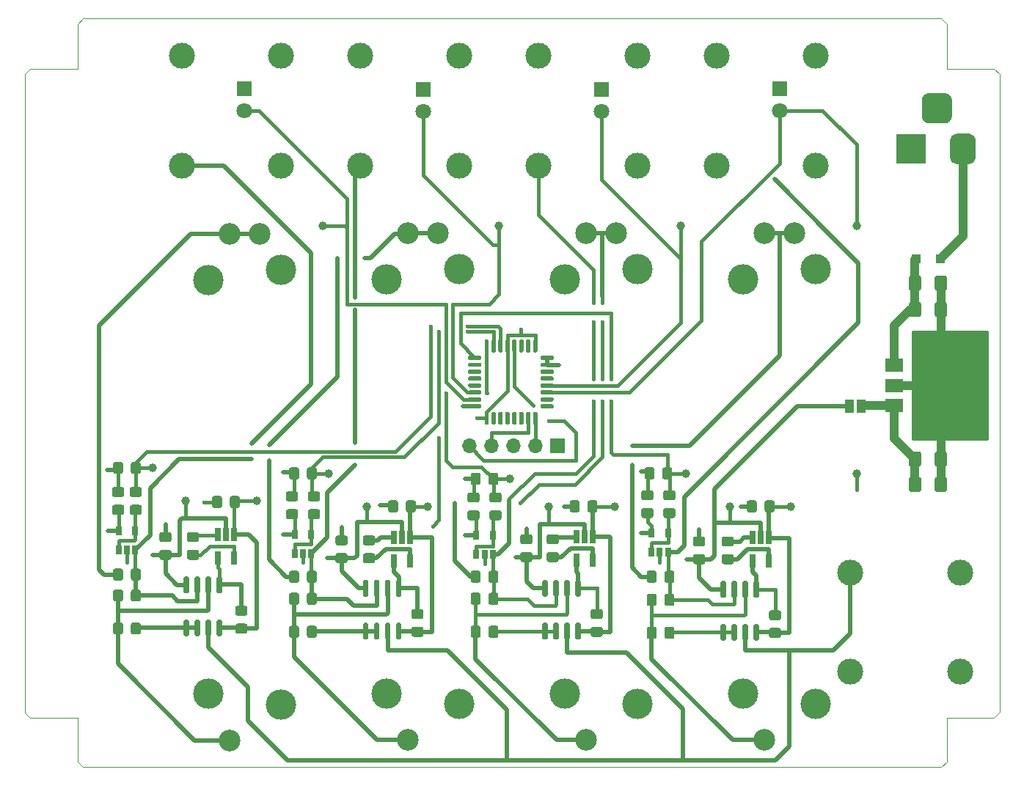
<source format=gbr>
%TF.GenerationSoftware,KiCad,Pcbnew,5.1.6-c6e7f7d~87~ubuntu18.04.1*%
%TF.CreationDate,2020-10-23T07:39:38+01:00*%
%TF.ProjectId,ActiveSplitterPedalWithDigitalPeakDetector,41637469-7665-4537-906c-697474657250,rev?*%
%TF.SameCoordinates,Original*%
%TF.FileFunction,Copper,L1,Top*%
%TF.FilePolarity,Positive*%
%FSLAX46Y46*%
G04 Gerber Fmt 4.6, Leading zero omitted, Abs format (unit mm)*
G04 Created by KiCad (PCBNEW 5.1.6-c6e7f7d~87~ubuntu18.04.1) date 2020-10-23 07:39:38*
%MOMM*%
%LPD*%
G01*
G04 APERTURE LIST*
%TA.AperFunction,Profile*%
%ADD10C,0.050000*%
%TD*%
%TA.AperFunction,SMDPad,CuDef*%
%ADD11C,1.000000*%
%TD*%
%TA.AperFunction,ComponentPad*%
%ADD12C,2.500000*%
%TD*%
%TA.AperFunction,ComponentPad*%
%ADD13C,3.500000*%
%TD*%
%TA.AperFunction,SMDPad,CuDef*%
%ADD14R,0.650000X1.060000*%
%TD*%
%TA.AperFunction,SMDPad,CuDef*%
%ADD15R,0.650000X1.560000*%
%TD*%
%TA.AperFunction,SMDPad,CuDef*%
%ADD16R,2.000000X1.500000*%
%TD*%
%TA.AperFunction,SMDPad,CuDef*%
%ADD17R,2.000000X3.800000*%
%TD*%
%TA.AperFunction,SMDPad,CuDef*%
%ADD18R,1.000000X1.500000*%
%TD*%
%TA.AperFunction,ComponentPad*%
%ADD19O,1.700000X1.700000*%
%TD*%
%TA.AperFunction,ComponentPad*%
%ADD20R,1.700000X1.700000*%
%TD*%
%TA.AperFunction,ComponentPad*%
%ADD21C,1.800000*%
%TD*%
%TA.AperFunction,ComponentPad*%
%ADD22R,1.800000X1.800000*%
%TD*%
%TA.AperFunction,SMDPad,CuDef*%
%ADD23R,1.100000X1.100000*%
%TD*%
%TA.AperFunction,ComponentPad*%
%ADD24C,3.000000*%
%TD*%
%TA.AperFunction,ComponentPad*%
%ADD25R,3.500000X3.500000*%
%TD*%
%TA.AperFunction,ViaPad*%
%ADD26C,0.450000*%
%TD*%
%TA.AperFunction,Conductor*%
%ADD27C,0.400000*%
%TD*%
%TA.AperFunction,Conductor*%
%ADD28C,0.500000*%
%TD*%
%TA.AperFunction,Conductor*%
%ADD29C,1.000000*%
%TD*%
%TA.AperFunction,Conductor*%
%ADD30C,0.254000*%
%TD*%
G04 APERTURE END LIST*
D10*
X186309000Y-130429000D02*
X185674000Y-131064000D01*
X186309000Y-125349000D02*
X186309000Y-130429000D01*
X191770000Y-125349000D02*
X186309000Y-125349000D01*
X192405000Y-124714000D02*
X191770000Y-125349000D01*
X192405000Y-51054000D02*
X192405000Y-124714000D01*
X191770000Y-50419000D02*
X192405000Y-51054000D01*
X186309000Y-50419000D02*
X191770000Y-50419000D01*
X186309000Y-45275500D02*
X186309000Y-50419000D01*
X185674000Y-44640500D02*
X186309000Y-45275500D01*
X86614000Y-44640500D02*
X185674000Y-44640500D01*
X85979000Y-45275500D02*
X86614000Y-44640500D01*
X85979000Y-50419000D02*
X85979000Y-45275500D01*
X80518000Y-50419000D02*
X85979000Y-50419000D01*
X79883000Y-51054000D02*
X80518000Y-50419000D01*
X79883000Y-124777500D02*
X79883000Y-51054000D01*
X80518000Y-125412500D02*
X79883000Y-124777500D01*
X85979000Y-125412500D02*
X80518000Y-125412500D01*
X85979000Y-130429000D02*
X85979000Y-125412500D01*
X86614000Y-131064000D02*
X85979000Y-130429000D01*
X185674000Y-131064000D02*
X86614000Y-131064000D01*
D11*
%TO.P,TP17,1*%
%TO.N,GNDS*%
X175895000Y-97155000D03*
%TD*%
%TO.P,TP16,1*%
%TO.N,/PeakDetectorMCU/PEAK_IN_ADC1*%
X94615000Y-96520000D03*
%TD*%
%TO.P,TP15,1*%
%TO.N,/PeakDetectorMCU/PEAK_IN_ADC2*%
X114935000Y-97155000D03*
%TD*%
%TO.P,TP14,1*%
%TO.N,/PeakDetectorMCU/PEAK_IN_ADC3*%
X135890000Y-97790000D03*
%TD*%
%TO.P,TP13,1*%
%TO.N,/PeakDetectorMCU/PEAK_IN_ADC4*%
X156210000Y-97155000D03*
%TD*%
%TO.P,TP12,1*%
%TO.N,/PeakDetectorMCU/PEAK_OUT_PWM1*%
X175895000Y-68580000D03*
%TD*%
%TO.P,TP11,1*%
%TO.N,/PeakDetectorMCU/PEAK_OUT_PWM2*%
X155575000Y-68580000D03*
%TD*%
%TO.P,TP10,1*%
%TO.N,/PeakDetectorMCU/PEAK_OUT_PWM3*%
X134620000Y-68580000D03*
%TD*%
%TO.P,TP9,1*%
%TO.N,/PeakDetectorMCU/PEAK_OUT_PWM4*%
X114300000Y-68580000D03*
%TD*%
%TO.P,TP8,1*%
%TO.N,/InputBufferAndGain4/NEGVIN*%
X168275000Y-100965000D03*
%TD*%
%TO.P,TP7,1*%
%TO.N,+3V3*%
X161290000Y-100965000D03*
%TD*%
%TO.P,TP6,1*%
%TO.N,/InputBufferAndGain3/NEGVIN*%
X147955000Y-100965000D03*
%TD*%
%TO.P,TP5,1*%
%TO.N,+3V3*%
X140335000Y-100965000D03*
%TD*%
%TO.P,TP4,1*%
%TO.N,/InputBufferAndGain2/NEGVIN*%
X126365000Y-100965000D03*
%TD*%
%TO.P,TP3,1*%
%TO.N,+3V3*%
X119380000Y-100965000D03*
%TD*%
%TO.P,TP2,1*%
%TO.N,/InputBufferAndGain1/NEGVIN*%
X106680000Y-100330000D03*
%TD*%
%TO.P,TP1,1*%
%TO.N,+3V3*%
X98425000Y-100330000D03*
%TD*%
D12*
%TO.P,RV2,1*%
%TO.N,Net-(R12-Pad2)*%
X124104400Y-69443600D03*
%TO.P,RV2,2*%
X127609600Y-69443600D03*
%TO.P,RV2,3*%
%TO.N,Net-(C25-Pad2)*%
X124104400Y-127939800D03*
D13*
%TO.P,RV2,*%
%TO.N,*%
X121666000Y-74777600D03*
X130022600Y-73583800D03*
X121666000Y-122580400D03*
X130048000Y-123799600D03*
%TD*%
%TO.P,C1,2*%
%TO.N,GNDS*%
%TA.AperFunction,SMDPad,CuDef*%
G36*
G01*
X184925000Y-78857000D02*
X184925000Y-77607000D01*
G75*
G02*
X185175000Y-77357000I250000J0D01*
G01*
X186100000Y-77357000D01*
G75*
G02*
X186350000Y-77607000I0J-250000D01*
G01*
X186350000Y-78857000D01*
G75*
G02*
X186100000Y-79107000I-250000J0D01*
G01*
X185175000Y-79107000D01*
G75*
G02*
X184925000Y-78857000I0J250000D01*
G01*
G37*
%TD.AperFunction*%
%TO.P,C1,1*%
%TO.N,Net-(C1-Pad1)*%
%TA.AperFunction,SMDPad,CuDef*%
G36*
G01*
X181950000Y-78857000D02*
X181950000Y-77607000D01*
G75*
G02*
X182200000Y-77357000I250000J0D01*
G01*
X183125000Y-77357000D01*
G75*
G02*
X183375000Y-77607000I0J-250000D01*
G01*
X183375000Y-78857000D01*
G75*
G02*
X183125000Y-79107000I-250000J0D01*
G01*
X182200000Y-79107000D01*
G75*
G02*
X181950000Y-78857000I0J250000D01*
G01*
G37*
%TD.AperFunction*%
%TD*%
D14*
%TO.P,U17,5*%
%TO.N,+3V3*%
X152242000Y-104056000D03*
%TO.P,U17,4*%
%TO.N,Net-(R10-Pad2)*%
X154142000Y-104056000D03*
%TO.P,U17,3*%
%TO.N,/PEAK_IN_BUF4*%
X154142000Y-106256000D03*
%TO.P,U17,2*%
%TO.N,GNDS*%
X153192000Y-106256000D03*
%TO.P,U17,1*%
%TO.N,Net-(R10-Pad2)*%
X152242000Y-106256000D03*
%TD*%
%TO.P,U16,5*%
%TO.N,+3V3*%
X132019000Y-104310000D03*
%TO.P,U16,4*%
%TO.N,Net-(R9-Pad2)*%
X133919000Y-104310000D03*
%TO.P,U16,3*%
%TO.N,/PEAK_IN_BUF3*%
X133919000Y-106510000D03*
%TO.P,U16,2*%
%TO.N,GNDS*%
X132969000Y-106510000D03*
%TO.P,U16,1*%
%TO.N,Net-(R9-Pad2)*%
X132019000Y-106510000D03*
%TD*%
D15*
%TO.P,U15,5*%
%TO.N,Net-(C18-Pad2)*%
X165796000Y-107268000D03*
%TO.P,U15,4*%
%TO.N,GNDS*%
X163896000Y-107268000D03*
%TO.P,U15,3*%
%TO.N,Net-(C18-Pad1)*%
X163896000Y-104568000D03*
%TO.P,U15,2*%
%TO.N,+3V3*%
X164846000Y-104568000D03*
%TO.P,U15,1*%
%TO.N,/InputBufferAndGain4/NEGVIN*%
X165796000Y-104568000D03*
%TD*%
%TO.P,U14,5*%
%TO.N,Net-(C7-Pad2)*%
X145476000Y-107141000D03*
%TO.P,U14,4*%
%TO.N,GNDS*%
X143576000Y-107141000D03*
%TO.P,U14,3*%
%TO.N,Net-(C7-Pad1)*%
X143576000Y-104441000D03*
%TO.P,U14,2*%
%TO.N,+3V3*%
X144526000Y-104441000D03*
%TO.P,U14,1*%
%TO.N,/InputBufferAndGain3/NEGVIN*%
X145476000Y-104441000D03*
%TD*%
%TO.P,U13,5*%
%TO.N,Net-(C5-Pad2)*%
X124394000Y-107268000D03*
%TO.P,U13,4*%
%TO.N,GNDS*%
X122494000Y-107268000D03*
%TO.P,U13,3*%
%TO.N,Net-(C5-Pad1)*%
X122494000Y-104568000D03*
%TO.P,U13,2*%
%TO.N,+3V3*%
X123444000Y-104568000D03*
%TO.P,U13,1*%
%TO.N,/InputBufferAndGain2/NEGVIN*%
X124394000Y-104568000D03*
%TD*%
D14*
%TO.P,U10,5*%
%TO.N,+3V3*%
X111064000Y-104183000D03*
%TO.P,U10,4*%
%TO.N,Net-(R8-Pad2)*%
X112964000Y-104183000D03*
%TO.P,U10,3*%
%TO.N,/PEAK_IN_BUF2*%
X112964000Y-106383000D03*
%TO.P,U10,2*%
%TO.N,GNDS*%
X112014000Y-106383000D03*
%TO.P,U10,1*%
%TO.N,Net-(R8-Pad2)*%
X111064000Y-106383000D03*
%TD*%
%TO.P,U7,5*%
%TO.N,+3V3*%
X90744000Y-103802000D03*
%TO.P,U7,4*%
%TO.N,Net-(R7-Pad2)*%
X92644000Y-103802000D03*
%TO.P,U7,3*%
%TO.N,/PEAK_IN_BUF1*%
X92644000Y-106002000D03*
%TO.P,U7,2*%
%TO.N,GNDS*%
X91694000Y-106002000D03*
%TO.P,U7,1*%
%TO.N,Net-(R7-Pad2)*%
X90744000Y-106002000D03*
%TD*%
%TO.P,U4,32*%
%TO.N,GNDS*%
%TA.AperFunction,SMDPad,CuDef*%
G36*
G01*
X139567000Y-83564000D02*
X140817000Y-83564000D01*
G75*
G02*
X140942000Y-83689000I0J-125000D01*
G01*
X140942000Y-83939000D01*
G75*
G02*
X140817000Y-84064000I-125000J0D01*
G01*
X139567000Y-84064000D01*
G75*
G02*
X139442000Y-83939000I0J125000D01*
G01*
X139442000Y-83689000D01*
G75*
G02*
X139567000Y-83564000I125000J0D01*
G01*
G37*
%TD.AperFunction*%
%TO.P,U4,31*%
%TA.AperFunction,SMDPad,CuDef*%
G36*
G01*
X139567000Y-84364000D02*
X140817000Y-84364000D01*
G75*
G02*
X140942000Y-84489000I0J-125000D01*
G01*
X140942000Y-84739000D01*
G75*
G02*
X140817000Y-84864000I-125000J0D01*
G01*
X139567000Y-84864000D01*
G75*
G02*
X139442000Y-84739000I0J125000D01*
G01*
X139442000Y-84489000D01*
G75*
G02*
X139567000Y-84364000I125000J0D01*
G01*
G37*
%TD.AperFunction*%
%TO.P,U4,30*%
%TO.N,Net-(U4-Pad30)*%
%TA.AperFunction,SMDPad,CuDef*%
G36*
G01*
X139567000Y-85164000D02*
X140817000Y-85164000D01*
G75*
G02*
X140942000Y-85289000I0J-125000D01*
G01*
X140942000Y-85539000D01*
G75*
G02*
X140817000Y-85664000I-125000J0D01*
G01*
X139567000Y-85664000D01*
G75*
G02*
X139442000Y-85539000I0J125000D01*
G01*
X139442000Y-85289000D01*
G75*
G02*
X139567000Y-85164000I125000J0D01*
G01*
G37*
%TD.AperFunction*%
%TO.P,U4,29*%
%TO.N,Net-(U4-Pad29)*%
%TA.AperFunction,SMDPad,CuDef*%
G36*
G01*
X139567000Y-85964000D02*
X140817000Y-85964000D01*
G75*
G02*
X140942000Y-86089000I0J-125000D01*
G01*
X140942000Y-86339000D01*
G75*
G02*
X140817000Y-86464000I-125000J0D01*
G01*
X139567000Y-86464000D01*
G75*
G02*
X139442000Y-86339000I0J125000D01*
G01*
X139442000Y-86089000D01*
G75*
G02*
X139567000Y-85964000I125000J0D01*
G01*
G37*
%TD.AperFunction*%
%TO.P,U4,28*%
%TO.N,/PeakDetectorMCU/PEAK_OUT_PWM2*%
%TA.AperFunction,SMDPad,CuDef*%
G36*
G01*
X139567000Y-86764000D02*
X140817000Y-86764000D01*
G75*
G02*
X140942000Y-86889000I0J-125000D01*
G01*
X140942000Y-87139000D01*
G75*
G02*
X140817000Y-87264000I-125000J0D01*
G01*
X139567000Y-87264000D01*
G75*
G02*
X139442000Y-87139000I0J125000D01*
G01*
X139442000Y-86889000D01*
G75*
G02*
X139567000Y-86764000I125000J0D01*
G01*
G37*
%TD.AperFunction*%
%TO.P,U4,27*%
%TO.N,/PeakDetectorMCU/PEAK_OUT_PWM1*%
%TA.AperFunction,SMDPad,CuDef*%
G36*
G01*
X139567000Y-87564000D02*
X140817000Y-87564000D01*
G75*
G02*
X140942000Y-87689000I0J-125000D01*
G01*
X140942000Y-87939000D01*
G75*
G02*
X140817000Y-88064000I-125000J0D01*
G01*
X139567000Y-88064000D01*
G75*
G02*
X139442000Y-87939000I0J125000D01*
G01*
X139442000Y-87689000D01*
G75*
G02*
X139567000Y-87564000I125000J0D01*
G01*
G37*
%TD.AperFunction*%
%TO.P,U4,26*%
%TO.N,Net-(U4-Pad26)*%
%TA.AperFunction,SMDPad,CuDef*%
G36*
G01*
X139567000Y-88364000D02*
X140817000Y-88364000D01*
G75*
G02*
X140942000Y-88489000I0J-125000D01*
G01*
X140942000Y-88739000D01*
G75*
G02*
X140817000Y-88864000I-125000J0D01*
G01*
X139567000Y-88864000D01*
G75*
G02*
X139442000Y-88739000I0J125000D01*
G01*
X139442000Y-88489000D01*
G75*
G02*
X139567000Y-88364000I125000J0D01*
G01*
G37*
%TD.AperFunction*%
%TO.P,U4,25*%
%TO.N,Net-(U4-Pad25)*%
%TA.AperFunction,SMDPad,CuDef*%
G36*
G01*
X139567000Y-89164000D02*
X140817000Y-89164000D01*
G75*
G02*
X140942000Y-89289000I0J-125000D01*
G01*
X140942000Y-89539000D01*
G75*
G02*
X140817000Y-89664000I-125000J0D01*
G01*
X139567000Y-89664000D01*
G75*
G02*
X139442000Y-89539000I0J125000D01*
G01*
X139442000Y-89289000D01*
G75*
G02*
X139567000Y-89164000I125000J0D01*
G01*
G37*
%TD.AperFunction*%
%TO.P,U4,24*%
%TO.N,/PeakDetectorMCU/SYS_SWCLK*%
%TA.AperFunction,SMDPad,CuDef*%
G36*
G01*
X138692000Y-90039000D02*
X138942000Y-90039000D01*
G75*
G02*
X139067000Y-90164000I0J-125000D01*
G01*
X139067000Y-91414000D01*
G75*
G02*
X138942000Y-91539000I-125000J0D01*
G01*
X138692000Y-91539000D01*
G75*
G02*
X138567000Y-91414000I0J125000D01*
G01*
X138567000Y-90164000D01*
G75*
G02*
X138692000Y-90039000I125000J0D01*
G01*
G37*
%TD.AperFunction*%
%TO.P,U4,23*%
%TO.N,/PeakDetectorMCU/SYS_SWDIO*%
%TA.AperFunction,SMDPad,CuDef*%
G36*
G01*
X137892000Y-90039000D02*
X138142000Y-90039000D01*
G75*
G02*
X138267000Y-90164000I0J-125000D01*
G01*
X138267000Y-91414000D01*
G75*
G02*
X138142000Y-91539000I-125000J0D01*
G01*
X137892000Y-91539000D01*
G75*
G02*
X137767000Y-91414000I0J125000D01*
G01*
X137767000Y-90164000D01*
G75*
G02*
X137892000Y-90039000I125000J0D01*
G01*
G37*
%TD.AperFunction*%
%TO.P,U4,22*%
%TO.N,Net-(U4-Pad22)*%
%TA.AperFunction,SMDPad,CuDef*%
G36*
G01*
X137092000Y-90039000D02*
X137342000Y-90039000D01*
G75*
G02*
X137467000Y-90164000I0J-125000D01*
G01*
X137467000Y-91414000D01*
G75*
G02*
X137342000Y-91539000I-125000J0D01*
G01*
X137092000Y-91539000D01*
G75*
G02*
X136967000Y-91414000I0J125000D01*
G01*
X136967000Y-90164000D01*
G75*
G02*
X137092000Y-90039000I125000J0D01*
G01*
G37*
%TD.AperFunction*%
%TO.P,U4,21*%
%TO.N,Net-(U4-Pad21)*%
%TA.AperFunction,SMDPad,CuDef*%
G36*
G01*
X136292000Y-90039000D02*
X136542000Y-90039000D01*
G75*
G02*
X136667000Y-90164000I0J-125000D01*
G01*
X136667000Y-91414000D01*
G75*
G02*
X136542000Y-91539000I-125000J0D01*
G01*
X136292000Y-91539000D01*
G75*
G02*
X136167000Y-91414000I0J125000D01*
G01*
X136167000Y-90164000D01*
G75*
G02*
X136292000Y-90039000I125000J0D01*
G01*
G37*
%TD.AperFunction*%
%TO.P,U4,20*%
%TO.N,Net-(U4-Pad20)*%
%TA.AperFunction,SMDPad,CuDef*%
G36*
G01*
X135492000Y-90039000D02*
X135742000Y-90039000D01*
G75*
G02*
X135867000Y-90164000I0J-125000D01*
G01*
X135867000Y-91414000D01*
G75*
G02*
X135742000Y-91539000I-125000J0D01*
G01*
X135492000Y-91539000D01*
G75*
G02*
X135367000Y-91414000I0J125000D01*
G01*
X135367000Y-90164000D01*
G75*
G02*
X135492000Y-90039000I125000J0D01*
G01*
G37*
%TD.AperFunction*%
%TO.P,U4,19*%
%TO.N,Net-(U4-Pad19)*%
%TA.AperFunction,SMDPad,CuDef*%
G36*
G01*
X134692000Y-90039000D02*
X134942000Y-90039000D01*
G75*
G02*
X135067000Y-90164000I0J-125000D01*
G01*
X135067000Y-91414000D01*
G75*
G02*
X134942000Y-91539000I-125000J0D01*
G01*
X134692000Y-91539000D01*
G75*
G02*
X134567000Y-91414000I0J125000D01*
G01*
X134567000Y-90164000D01*
G75*
G02*
X134692000Y-90039000I125000J0D01*
G01*
G37*
%TD.AperFunction*%
%TO.P,U4,18*%
%TO.N,Net-(U4-Pad18)*%
%TA.AperFunction,SMDPad,CuDef*%
G36*
G01*
X133892000Y-90039000D02*
X134142000Y-90039000D01*
G75*
G02*
X134267000Y-90164000I0J-125000D01*
G01*
X134267000Y-91414000D01*
G75*
G02*
X134142000Y-91539000I-125000J0D01*
G01*
X133892000Y-91539000D01*
G75*
G02*
X133767000Y-91414000I0J125000D01*
G01*
X133767000Y-90164000D01*
G75*
G02*
X133892000Y-90039000I125000J0D01*
G01*
G37*
%TD.AperFunction*%
%TO.P,U4,17*%
%TO.N,+3V3*%
%TA.AperFunction,SMDPad,CuDef*%
G36*
G01*
X133092000Y-90039000D02*
X133342000Y-90039000D01*
G75*
G02*
X133467000Y-90164000I0J-125000D01*
G01*
X133467000Y-91414000D01*
G75*
G02*
X133342000Y-91539000I-125000J0D01*
G01*
X133092000Y-91539000D01*
G75*
G02*
X132967000Y-91414000I0J125000D01*
G01*
X132967000Y-90164000D01*
G75*
G02*
X133092000Y-90039000I125000J0D01*
G01*
G37*
%TD.AperFunction*%
%TO.P,U4,16*%
%TO.N,GNDS*%
%TA.AperFunction,SMDPad,CuDef*%
G36*
G01*
X131217000Y-89164000D02*
X132467000Y-89164000D01*
G75*
G02*
X132592000Y-89289000I0J-125000D01*
G01*
X132592000Y-89539000D01*
G75*
G02*
X132467000Y-89664000I-125000J0D01*
G01*
X131217000Y-89664000D01*
G75*
G02*
X131092000Y-89539000I0J125000D01*
G01*
X131092000Y-89289000D01*
G75*
G02*
X131217000Y-89164000I125000J0D01*
G01*
G37*
%TD.AperFunction*%
%TO.P,U4,15*%
%TO.N,/PeakDetectorMCU/PEAK_OUT_PWM4*%
%TA.AperFunction,SMDPad,CuDef*%
G36*
G01*
X131217000Y-88364000D02*
X132467000Y-88364000D01*
G75*
G02*
X132592000Y-88489000I0J-125000D01*
G01*
X132592000Y-88739000D01*
G75*
G02*
X132467000Y-88864000I-125000J0D01*
G01*
X131217000Y-88864000D01*
G75*
G02*
X131092000Y-88739000I0J125000D01*
G01*
X131092000Y-88489000D01*
G75*
G02*
X131217000Y-88364000I125000J0D01*
G01*
G37*
%TD.AperFunction*%
%TO.P,U4,14*%
%TO.N,/PeakDetectorMCU/PEAK_OUT_PWM3*%
%TA.AperFunction,SMDPad,CuDef*%
G36*
G01*
X131217000Y-87564000D02*
X132467000Y-87564000D01*
G75*
G02*
X132592000Y-87689000I0J-125000D01*
G01*
X132592000Y-87939000D01*
G75*
G02*
X132467000Y-88064000I-125000J0D01*
G01*
X131217000Y-88064000D01*
G75*
G02*
X131092000Y-87939000I0J125000D01*
G01*
X131092000Y-87689000D01*
G75*
G02*
X131217000Y-87564000I125000J0D01*
G01*
G37*
%TD.AperFunction*%
%TO.P,U4,13*%
%TO.N,Net-(U4-Pad13)*%
%TA.AperFunction,SMDPad,CuDef*%
G36*
G01*
X131217000Y-86764000D02*
X132467000Y-86764000D01*
G75*
G02*
X132592000Y-86889000I0J-125000D01*
G01*
X132592000Y-87139000D01*
G75*
G02*
X132467000Y-87264000I-125000J0D01*
G01*
X131217000Y-87264000D01*
G75*
G02*
X131092000Y-87139000I0J125000D01*
G01*
X131092000Y-86889000D01*
G75*
G02*
X131217000Y-86764000I125000J0D01*
G01*
G37*
%TD.AperFunction*%
%TO.P,U4,12*%
%TO.N,Net-(U4-Pad12)*%
%TA.AperFunction,SMDPad,CuDef*%
G36*
G01*
X131217000Y-85964000D02*
X132467000Y-85964000D01*
G75*
G02*
X132592000Y-86089000I0J-125000D01*
G01*
X132592000Y-86339000D01*
G75*
G02*
X132467000Y-86464000I-125000J0D01*
G01*
X131217000Y-86464000D01*
G75*
G02*
X131092000Y-86339000I0J125000D01*
G01*
X131092000Y-86089000D01*
G75*
G02*
X131217000Y-85964000I125000J0D01*
G01*
G37*
%TD.AperFunction*%
%TO.P,U4,11*%
%TO.N,Net-(U4-Pad11)*%
%TA.AperFunction,SMDPad,CuDef*%
G36*
G01*
X131217000Y-85164000D02*
X132467000Y-85164000D01*
G75*
G02*
X132592000Y-85289000I0J-125000D01*
G01*
X132592000Y-85539000D01*
G75*
G02*
X132467000Y-85664000I-125000J0D01*
G01*
X131217000Y-85664000D01*
G75*
G02*
X131092000Y-85539000I0J125000D01*
G01*
X131092000Y-85289000D01*
G75*
G02*
X131217000Y-85164000I125000J0D01*
G01*
G37*
%TD.AperFunction*%
%TO.P,U4,10*%
%TO.N,Net-(U4-Pad10)*%
%TA.AperFunction,SMDPad,CuDef*%
G36*
G01*
X131217000Y-84364000D02*
X132467000Y-84364000D01*
G75*
G02*
X132592000Y-84489000I0J-125000D01*
G01*
X132592000Y-84739000D01*
G75*
G02*
X132467000Y-84864000I-125000J0D01*
G01*
X131217000Y-84864000D01*
G75*
G02*
X131092000Y-84739000I0J125000D01*
G01*
X131092000Y-84489000D01*
G75*
G02*
X131217000Y-84364000I125000J0D01*
G01*
G37*
%TD.AperFunction*%
%TO.P,U4,9*%
%TO.N,/PeakDetectorMCU/PEAK_IN_ADC4*%
%TA.AperFunction,SMDPad,CuDef*%
G36*
G01*
X131217000Y-83564000D02*
X132467000Y-83564000D01*
G75*
G02*
X132592000Y-83689000I0J-125000D01*
G01*
X132592000Y-83939000D01*
G75*
G02*
X132467000Y-84064000I-125000J0D01*
G01*
X131217000Y-84064000D01*
G75*
G02*
X131092000Y-83939000I0J125000D01*
G01*
X131092000Y-83689000D01*
G75*
G02*
X131217000Y-83564000I125000J0D01*
G01*
G37*
%TD.AperFunction*%
%TO.P,U4,8*%
%TO.N,/PeakDetectorMCU/PEAK_IN_ADC3*%
%TA.AperFunction,SMDPad,CuDef*%
G36*
G01*
X133092000Y-81689000D02*
X133342000Y-81689000D01*
G75*
G02*
X133467000Y-81814000I0J-125000D01*
G01*
X133467000Y-83064000D01*
G75*
G02*
X133342000Y-83189000I-125000J0D01*
G01*
X133092000Y-83189000D01*
G75*
G02*
X132967000Y-83064000I0J125000D01*
G01*
X132967000Y-81814000D01*
G75*
G02*
X133092000Y-81689000I125000J0D01*
G01*
G37*
%TD.AperFunction*%
%TO.P,U4,7*%
%TO.N,/PeakDetectorMCU/PEAK_IN_ADC2*%
%TA.AperFunction,SMDPad,CuDef*%
G36*
G01*
X133892000Y-81689000D02*
X134142000Y-81689000D01*
G75*
G02*
X134267000Y-81814000I0J-125000D01*
G01*
X134267000Y-83064000D01*
G75*
G02*
X134142000Y-83189000I-125000J0D01*
G01*
X133892000Y-83189000D01*
G75*
G02*
X133767000Y-83064000I0J125000D01*
G01*
X133767000Y-81814000D01*
G75*
G02*
X133892000Y-81689000I125000J0D01*
G01*
G37*
%TD.AperFunction*%
%TO.P,U4,6*%
%TO.N,/PeakDetectorMCU/PEAK_IN_ADC1*%
%TA.AperFunction,SMDPad,CuDef*%
G36*
G01*
X134692000Y-81689000D02*
X134942000Y-81689000D01*
G75*
G02*
X135067000Y-81814000I0J-125000D01*
G01*
X135067000Y-83064000D01*
G75*
G02*
X134942000Y-83189000I-125000J0D01*
G01*
X134692000Y-83189000D01*
G75*
G02*
X134567000Y-83064000I0J125000D01*
G01*
X134567000Y-81814000D01*
G75*
G02*
X134692000Y-81689000I125000J0D01*
G01*
G37*
%TD.AperFunction*%
%TO.P,U4,5*%
%TO.N,+3V3*%
%TA.AperFunction,SMDPad,CuDef*%
G36*
G01*
X135492000Y-81689000D02*
X135742000Y-81689000D01*
G75*
G02*
X135867000Y-81814000I0J-125000D01*
G01*
X135867000Y-83064000D01*
G75*
G02*
X135742000Y-83189000I-125000J0D01*
G01*
X135492000Y-83189000D01*
G75*
G02*
X135367000Y-83064000I0J125000D01*
G01*
X135367000Y-81814000D01*
G75*
G02*
X135492000Y-81689000I125000J0D01*
G01*
G37*
%TD.AperFunction*%
%TO.P,U4,4*%
%TO.N,/PeakDetectorMCU/NRST*%
%TA.AperFunction,SMDPad,CuDef*%
G36*
G01*
X136292000Y-81689000D02*
X136542000Y-81689000D01*
G75*
G02*
X136667000Y-81814000I0J-125000D01*
G01*
X136667000Y-83064000D01*
G75*
G02*
X136542000Y-83189000I-125000J0D01*
G01*
X136292000Y-83189000D01*
G75*
G02*
X136167000Y-83064000I0J125000D01*
G01*
X136167000Y-81814000D01*
G75*
G02*
X136292000Y-81689000I125000J0D01*
G01*
G37*
%TD.AperFunction*%
%TO.P,U4,3*%
%TO.N,Net-(U4-Pad3)*%
%TA.AperFunction,SMDPad,CuDef*%
G36*
G01*
X137092000Y-81689000D02*
X137342000Y-81689000D01*
G75*
G02*
X137467000Y-81814000I0J-125000D01*
G01*
X137467000Y-83064000D01*
G75*
G02*
X137342000Y-83189000I-125000J0D01*
G01*
X137092000Y-83189000D01*
G75*
G02*
X136967000Y-83064000I0J125000D01*
G01*
X136967000Y-81814000D01*
G75*
G02*
X137092000Y-81689000I125000J0D01*
G01*
G37*
%TD.AperFunction*%
%TO.P,U4,2*%
%TO.N,Net-(U4-Pad2)*%
%TA.AperFunction,SMDPad,CuDef*%
G36*
G01*
X137892000Y-81689000D02*
X138142000Y-81689000D01*
G75*
G02*
X138267000Y-81814000I0J-125000D01*
G01*
X138267000Y-83064000D01*
G75*
G02*
X138142000Y-83189000I-125000J0D01*
G01*
X137892000Y-83189000D01*
G75*
G02*
X137767000Y-83064000I0J125000D01*
G01*
X137767000Y-81814000D01*
G75*
G02*
X137892000Y-81689000I125000J0D01*
G01*
G37*
%TD.AperFunction*%
%TO.P,U4,1*%
%TO.N,+3V3*%
%TA.AperFunction,SMDPad,CuDef*%
G36*
G01*
X138692000Y-81689000D02*
X138942000Y-81689000D01*
G75*
G02*
X139067000Y-81814000I0J-125000D01*
G01*
X139067000Y-83064000D01*
G75*
G02*
X138942000Y-83189000I-125000J0D01*
G01*
X138692000Y-83189000D01*
G75*
G02*
X138567000Y-83064000I0J125000D01*
G01*
X138567000Y-81814000D01*
G75*
G02*
X138692000Y-81689000I125000J0D01*
G01*
G37*
%TD.AperFunction*%
%TD*%
D15*
%TO.P,U3,5*%
%TO.N,Net-(C3-Pad2)*%
X104074000Y-106887000D03*
%TO.P,U3,4*%
%TO.N,GNDS*%
X102174000Y-106887000D03*
%TO.P,U3,3*%
%TO.N,Net-(C3-Pad1)*%
X102174000Y-104187000D03*
%TO.P,U3,2*%
%TO.N,+3V3*%
X103124000Y-104187000D03*
%TO.P,U3,1*%
%TO.N,/InputBufferAndGain1/NEGVIN*%
X104074000Y-104187000D03*
%TD*%
D16*
%TO.P,U1,1*%
%TO.N,Net-(C1-Pad1)*%
X180238000Y-84695000D03*
%TO.P,U1,3*%
%TO.N,Net-(C2-Pad1)*%
X180238000Y-89295000D03*
%TO.P,U1,2*%
%TO.N,GNDS*%
X180238000Y-86995000D03*
D17*
X186538000Y-86995000D03*
%TD*%
%TO.P,R10,2*%
%TO.N,Net-(R10-Pad2)*%
%TA.AperFunction,SMDPad,CuDef*%
G36*
G01*
X153854999Y-101161000D02*
X154755001Y-101161000D01*
G75*
G02*
X155005000Y-101410999I0J-249999D01*
G01*
X155005000Y-102061001D01*
G75*
G02*
X154755001Y-102311000I-249999J0D01*
G01*
X153854999Y-102311000D01*
G75*
G02*
X153605000Y-102061001I0J249999D01*
G01*
X153605000Y-101410999D01*
G75*
G02*
X153854999Y-101161000I249999J0D01*
G01*
G37*
%TD.AperFunction*%
%TO.P,R10,1*%
%TO.N,/PeakDetectorMCU/PEAK_IN_ADC4*%
%TA.AperFunction,SMDPad,CuDef*%
G36*
G01*
X153854999Y-99111000D02*
X154755001Y-99111000D01*
G75*
G02*
X155005000Y-99360999I0J-249999D01*
G01*
X155005000Y-100011001D01*
G75*
G02*
X154755001Y-100261000I-249999J0D01*
G01*
X153854999Y-100261000D01*
G75*
G02*
X153605000Y-100011001I0J249999D01*
G01*
X153605000Y-99360999D01*
G75*
G02*
X153854999Y-99111000I249999J0D01*
G01*
G37*
%TD.AperFunction*%
%TD*%
%TO.P,R9,2*%
%TO.N,Net-(R9-Pad2)*%
%TA.AperFunction,SMDPad,CuDef*%
G36*
G01*
X133788999Y-101415000D02*
X134689001Y-101415000D01*
G75*
G02*
X134939000Y-101664999I0J-249999D01*
G01*
X134939000Y-102315001D01*
G75*
G02*
X134689001Y-102565000I-249999J0D01*
G01*
X133788999Y-102565000D01*
G75*
G02*
X133539000Y-102315001I0J249999D01*
G01*
X133539000Y-101664999D01*
G75*
G02*
X133788999Y-101415000I249999J0D01*
G01*
G37*
%TD.AperFunction*%
%TO.P,R9,1*%
%TO.N,/PeakDetectorMCU/PEAK_IN_ADC3*%
%TA.AperFunction,SMDPad,CuDef*%
G36*
G01*
X133788999Y-99365000D02*
X134689001Y-99365000D01*
G75*
G02*
X134939000Y-99614999I0J-249999D01*
G01*
X134939000Y-100265001D01*
G75*
G02*
X134689001Y-100515000I-249999J0D01*
G01*
X133788999Y-100515000D01*
G75*
G02*
X133539000Y-100265001I0J249999D01*
G01*
X133539000Y-99614999D01*
G75*
G02*
X133788999Y-99365000I249999J0D01*
G01*
G37*
%TD.AperFunction*%
%TD*%
%TO.P,R8,2*%
%TO.N,Net-(R8-Pad2)*%
%TA.AperFunction,SMDPad,CuDef*%
G36*
G01*
X112833999Y-101288000D02*
X113734001Y-101288000D01*
G75*
G02*
X113984000Y-101537999I0J-249999D01*
G01*
X113984000Y-102188001D01*
G75*
G02*
X113734001Y-102438000I-249999J0D01*
G01*
X112833999Y-102438000D01*
G75*
G02*
X112584000Y-102188001I0J249999D01*
G01*
X112584000Y-101537999D01*
G75*
G02*
X112833999Y-101288000I249999J0D01*
G01*
G37*
%TD.AperFunction*%
%TO.P,R8,1*%
%TO.N,/PeakDetectorMCU/PEAK_IN_ADC2*%
%TA.AperFunction,SMDPad,CuDef*%
G36*
G01*
X112833999Y-99238000D02*
X113734001Y-99238000D01*
G75*
G02*
X113984000Y-99487999I0J-249999D01*
G01*
X113984000Y-100138001D01*
G75*
G02*
X113734001Y-100388000I-249999J0D01*
G01*
X112833999Y-100388000D01*
G75*
G02*
X112584000Y-100138001I0J249999D01*
G01*
X112584000Y-99487999D01*
G75*
G02*
X112833999Y-99238000I249999J0D01*
G01*
G37*
%TD.AperFunction*%
%TD*%
%TO.P,R7,2*%
%TO.N,Net-(R7-Pad2)*%
%TA.AperFunction,SMDPad,CuDef*%
G36*
G01*
X92259999Y-100780000D02*
X93160001Y-100780000D01*
G75*
G02*
X93410000Y-101029999I0J-249999D01*
G01*
X93410000Y-101680001D01*
G75*
G02*
X93160001Y-101930000I-249999J0D01*
G01*
X92259999Y-101930000D01*
G75*
G02*
X92010000Y-101680001I0J249999D01*
G01*
X92010000Y-101029999D01*
G75*
G02*
X92259999Y-100780000I249999J0D01*
G01*
G37*
%TD.AperFunction*%
%TO.P,R7,1*%
%TO.N,/PeakDetectorMCU/PEAK_IN_ADC1*%
%TA.AperFunction,SMDPad,CuDef*%
G36*
G01*
X92259999Y-98730000D02*
X93160001Y-98730000D01*
G75*
G02*
X93410000Y-98979999I0J-249999D01*
G01*
X93410000Y-99630001D01*
G75*
G02*
X93160001Y-99880000I-249999J0D01*
G01*
X92259999Y-99880000D01*
G75*
G02*
X92010000Y-99630001I0J249999D01*
G01*
X92010000Y-98979999D01*
G75*
G02*
X92259999Y-98730000I249999J0D01*
G01*
G37*
%TD.AperFunction*%
%TD*%
D18*
%TO.P,JP1,1*%
%TO.N,Net-(C2-Pad1)*%
X176418000Y-89408000D03*
%TO.P,JP1,2*%
%TO.N,+3V3*%
X175118000Y-89408000D03*
%TD*%
D19*
%TO.P,J7,5*%
%TO.N,/PeakDetectorMCU/NRST*%
X131191000Y-93980000D03*
%TO.P,J7,4*%
%TO.N,/PeakDetectorMCU/SYS_SWDIO*%
X133731000Y-93980000D03*
%TO.P,J7,3*%
%TO.N,GNDS*%
X136271000Y-93980000D03*
%TO.P,J7,2*%
%TO.N,/PeakDetectorMCU/SYS_SWCLK*%
X138811000Y-93980000D03*
D20*
%TO.P,J7,1*%
%TO.N,+3V3*%
X141351000Y-93980000D03*
%TD*%
D21*
%TO.P,D14,2*%
%TO.N,/PeakDetectorMCU/PEAK_OUT_PWM1*%
X167005000Y-55245000D03*
D22*
%TO.P,D14,1*%
%TO.N,Net-(D14-Pad1)*%
X167005000Y-52705000D03*
%TD*%
D21*
%TO.P,D10,2*%
%TO.N,/PeakDetectorMCU/PEAK_OUT_PWM2*%
X146431000Y-55372000D03*
D22*
%TO.P,D10,1*%
%TO.N,Net-(D10-Pad1)*%
X146431000Y-52832000D03*
%TD*%
D21*
%TO.P,D2,2*%
%TO.N,/PeakDetectorMCU/PEAK_OUT_PWM3*%
X125857000Y-55372000D03*
D22*
%TO.P,D2,1*%
%TO.N,Net-(D2-Pad1)*%
X125857000Y-52832000D03*
%TD*%
D21*
%TO.P,D1,2*%
%TO.N,/PeakDetectorMCU/PEAK_OUT_PWM4*%
X105219500Y-55245000D03*
D22*
%TO.P,D1,1*%
%TO.N,Net-(D1-Pad1)*%
X105219500Y-52705000D03*
%TD*%
%TO.P,C41,2*%
%TO.N,GNDS*%
%TA.AperFunction,SMDPad,CuDef*%
G36*
G01*
X152215001Y-100261000D02*
X151314999Y-100261000D01*
G75*
G02*
X151065000Y-100011001I0J249999D01*
G01*
X151065000Y-99360999D01*
G75*
G02*
X151314999Y-99111000I249999J0D01*
G01*
X152215001Y-99111000D01*
G75*
G02*
X152465000Y-99360999I0J-249999D01*
G01*
X152465000Y-100011001D01*
G75*
G02*
X152215001Y-100261000I-249999J0D01*
G01*
G37*
%TD.AperFunction*%
%TO.P,C41,1*%
%TO.N,+3V3*%
%TA.AperFunction,SMDPad,CuDef*%
G36*
G01*
X152215001Y-102311000D02*
X151314999Y-102311000D01*
G75*
G02*
X151065000Y-102061001I0J249999D01*
G01*
X151065000Y-101410999D01*
G75*
G02*
X151314999Y-101161000I249999J0D01*
G01*
X152215001Y-101161000D01*
G75*
G02*
X152465000Y-101410999I0J-249999D01*
G01*
X152465000Y-102061001D01*
G75*
G02*
X152215001Y-102311000I-249999J0D01*
G01*
G37*
%TD.AperFunction*%
%TD*%
%TO.P,C40,2*%
%TO.N,GNDS*%
%TA.AperFunction,SMDPad,CuDef*%
G36*
G01*
X132149001Y-100515000D02*
X131248999Y-100515000D01*
G75*
G02*
X130999000Y-100265001I0J249999D01*
G01*
X130999000Y-99614999D01*
G75*
G02*
X131248999Y-99365000I249999J0D01*
G01*
X132149001Y-99365000D01*
G75*
G02*
X132399000Y-99614999I0J-249999D01*
G01*
X132399000Y-100265001D01*
G75*
G02*
X132149001Y-100515000I-249999J0D01*
G01*
G37*
%TD.AperFunction*%
%TO.P,C40,1*%
%TO.N,+3V3*%
%TA.AperFunction,SMDPad,CuDef*%
G36*
G01*
X132149001Y-102565000D02*
X131248999Y-102565000D01*
G75*
G02*
X130999000Y-102315001I0J249999D01*
G01*
X130999000Y-101664999D01*
G75*
G02*
X131248999Y-101415000I249999J0D01*
G01*
X132149001Y-101415000D01*
G75*
G02*
X132399000Y-101664999I0J-249999D01*
G01*
X132399000Y-102315001D01*
G75*
G02*
X132149001Y-102565000I-249999J0D01*
G01*
G37*
%TD.AperFunction*%
%TD*%
%TO.P,C33,2*%
%TO.N,GNDS*%
%TA.AperFunction,SMDPad,CuDef*%
G36*
G01*
X111194001Y-100388000D02*
X110293999Y-100388000D01*
G75*
G02*
X110044000Y-100138001I0J249999D01*
G01*
X110044000Y-99487999D01*
G75*
G02*
X110293999Y-99238000I249999J0D01*
G01*
X111194001Y-99238000D01*
G75*
G02*
X111444000Y-99487999I0J-249999D01*
G01*
X111444000Y-100138001D01*
G75*
G02*
X111194001Y-100388000I-249999J0D01*
G01*
G37*
%TD.AperFunction*%
%TO.P,C33,1*%
%TO.N,+3V3*%
%TA.AperFunction,SMDPad,CuDef*%
G36*
G01*
X111194001Y-102438000D02*
X110293999Y-102438000D01*
G75*
G02*
X110044000Y-102188001I0J249999D01*
G01*
X110044000Y-101537999D01*
G75*
G02*
X110293999Y-101288000I249999J0D01*
G01*
X111194001Y-101288000D01*
G75*
G02*
X111444000Y-101537999I0J-249999D01*
G01*
X111444000Y-102188001D01*
G75*
G02*
X111194001Y-102438000I-249999J0D01*
G01*
G37*
%TD.AperFunction*%
%TD*%
%TO.P,C32,2*%
%TO.N,GNDS*%
%TA.AperFunction,SMDPad,CuDef*%
G36*
G01*
X91128001Y-99880000D02*
X90227999Y-99880000D01*
G75*
G02*
X89978000Y-99630001I0J249999D01*
G01*
X89978000Y-98979999D01*
G75*
G02*
X90227999Y-98730000I249999J0D01*
G01*
X91128001Y-98730000D01*
G75*
G02*
X91378000Y-98979999I0J-249999D01*
G01*
X91378000Y-99630001D01*
G75*
G02*
X91128001Y-99880000I-249999J0D01*
G01*
G37*
%TD.AperFunction*%
%TO.P,C32,1*%
%TO.N,+3V3*%
%TA.AperFunction,SMDPad,CuDef*%
G36*
G01*
X91128001Y-101930000D02*
X90227999Y-101930000D01*
G75*
G02*
X89978000Y-101680001I0J249999D01*
G01*
X89978000Y-101029999D01*
G75*
G02*
X90227999Y-100780000I249999J0D01*
G01*
X91128001Y-100780000D01*
G75*
G02*
X91378000Y-101029999I0J-249999D01*
G01*
X91378000Y-101680001D01*
G75*
G02*
X91128001Y-101930000I-249999J0D01*
G01*
G37*
%TD.AperFunction*%
%TD*%
%TO.P,C21,2*%
%TO.N,GNDS*%
%TA.AperFunction,SMDPad,CuDef*%
G36*
G01*
X184925000Y-99050000D02*
X184925000Y-97800000D01*
G75*
G02*
X185175000Y-97550000I250000J0D01*
G01*
X186100000Y-97550000D01*
G75*
G02*
X186350000Y-97800000I0J-250000D01*
G01*
X186350000Y-99050000D01*
G75*
G02*
X186100000Y-99300000I-250000J0D01*
G01*
X185175000Y-99300000D01*
G75*
G02*
X184925000Y-99050000I0J250000D01*
G01*
G37*
%TD.AperFunction*%
%TO.P,C21,1*%
%TO.N,Net-(C2-Pad1)*%
%TA.AperFunction,SMDPad,CuDef*%
G36*
G01*
X181950000Y-99050000D02*
X181950000Y-97800000D01*
G75*
G02*
X182200000Y-97550000I250000J0D01*
G01*
X183125000Y-97550000D01*
G75*
G02*
X183375000Y-97800000I0J-250000D01*
G01*
X183375000Y-99050000D01*
G75*
G02*
X183125000Y-99300000I-250000J0D01*
G01*
X182200000Y-99300000D01*
G75*
G02*
X181950000Y-99050000I0J250000D01*
G01*
G37*
%TD.AperFunction*%
%TD*%
%TO.P,C20,2*%
%TO.N,GNDS*%
%TA.AperFunction,SMDPad,CuDef*%
G36*
G01*
X184925000Y-75809000D02*
X184925000Y-74559000D01*
G75*
G02*
X185175000Y-74309000I250000J0D01*
G01*
X186100000Y-74309000D01*
G75*
G02*
X186350000Y-74559000I0J-250000D01*
G01*
X186350000Y-75809000D01*
G75*
G02*
X186100000Y-76059000I-250000J0D01*
G01*
X185175000Y-76059000D01*
G75*
G02*
X184925000Y-75809000I0J250000D01*
G01*
G37*
%TD.AperFunction*%
%TO.P,C20,1*%
%TO.N,Net-(C1-Pad1)*%
%TA.AperFunction,SMDPad,CuDef*%
G36*
G01*
X181950000Y-75809000D02*
X181950000Y-74559000D01*
G75*
G02*
X182200000Y-74309000I250000J0D01*
G01*
X183125000Y-74309000D01*
G75*
G02*
X183375000Y-74559000I0J-250000D01*
G01*
X183375000Y-75809000D01*
G75*
G02*
X183125000Y-76059000I-250000J0D01*
G01*
X182200000Y-76059000D01*
G75*
G02*
X181950000Y-75809000I0J250000D01*
G01*
G37*
%TD.AperFunction*%
%TD*%
%TO.P,C19,2*%
%TO.N,GNDS*%
%TA.AperFunction,SMDPad,CuDef*%
G36*
G01*
X164396000Y-100514999D02*
X164396000Y-101415001D01*
G75*
G02*
X164146001Y-101665000I-249999J0D01*
G01*
X163495999Y-101665000D01*
G75*
G02*
X163246000Y-101415001I0J249999D01*
G01*
X163246000Y-100514999D01*
G75*
G02*
X163495999Y-100265000I249999J0D01*
G01*
X164146001Y-100265000D01*
G75*
G02*
X164396000Y-100514999I0J-249999D01*
G01*
G37*
%TD.AperFunction*%
%TO.P,C19,1*%
%TO.N,/InputBufferAndGain4/NEGVIN*%
%TA.AperFunction,SMDPad,CuDef*%
G36*
G01*
X166446000Y-100514999D02*
X166446000Y-101415001D01*
G75*
G02*
X166196001Y-101665000I-249999J0D01*
G01*
X165545999Y-101665000D01*
G75*
G02*
X165296000Y-101415001I0J249999D01*
G01*
X165296000Y-100514999D01*
G75*
G02*
X165545999Y-100265000I249999J0D01*
G01*
X166196001Y-100265000D01*
G75*
G02*
X166446000Y-100514999I0J-249999D01*
G01*
G37*
%TD.AperFunction*%
%TD*%
%TO.P,C18,2*%
%TO.N,Net-(C18-Pad2)*%
%TA.AperFunction,SMDPad,CuDef*%
G36*
G01*
X160585999Y-106495000D02*
X161486001Y-106495000D01*
G75*
G02*
X161736000Y-106744999I0J-249999D01*
G01*
X161736000Y-107395001D01*
G75*
G02*
X161486001Y-107645000I-249999J0D01*
G01*
X160585999Y-107645000D01*
G75*
G02*
X160336000Y-107395001I0J249999D01*
G01*
X160336000Y-106744999D01*
G75*
G02*
X160585999Y-106495000I249999J0D01*
G01*
G37*
%TD.AperFunction*%
%TO.P,C18,1*%
%TO.N,Net-(C18-Pad1)*%
%TA.AperFunction,SMDPad,CuDef*%
G36*
G01*
X160585999Y-104445000D02*
X161486001Y-104445000D01*
G75*
G02*
X161736000Y-104694999I0J-249999D01*
G01*
X161736000Y-105345001D01*
G75*
G02*
X161486001Y-105595000I-249999J0D01*
G01*
X160585999Y-105595000D01*
G75*
G02*
X160336000Y-105345001I0J249999D01*
G01*
X160336000Y-104694999D01*
G75*
G02*
X160585999Y-104445000I249999J0D01*
G01*
G37*
%TD.AperFunction*%
%TD*%
%TO.P,C15,2*%
%TO.N,GNDS*%
%TA.AperFunction,SMDPad,CuDef*%
G36*
G01*
X152585000Y-96704999D02*
X152585000Y-97605001D01*
G75*
G02*
X152335001Y-97855000I-249999J0D01*
G01*
X151684999Y-97855000D01*
G75*
G02*
X151435000Y-97605001I0J249999D01*
G01*
X151435000Y-96704999D01*
G75*
G02*
X151684999Y-96455000I249999J0D01*
G01*
X152335001Y-96455000D01*
G75*
G02*
X152585000Y-96704999I0J-249999D01*
G01*
G37*
%TD.AperFunction*%
%TO.P,C15,1*%
%TO.N,/PeakDetectorMCU/PEAK_IN_ADC4*%
%TA.AperFunction,SMDPad,CuDef*%
G36*
G01*
X154635000Y-96704999D02*
X154635000Y-97605001D01*
G75*
G02*
X154385001Y-97855000I-249999J0D01*
G01*
X153734999Y-97855000D01*
G75*
G02*
X153485000Y-97605001I0J249999D01*
G01*
X153485000Y-96704999D01*
G75*
G02*
X153734999Y-96455000I249999J0D01*
G01*
X154385001Y-96455000D01*
G75*
G02*
X154635000Y-96704999I0J-249999D01*
G01*
G37*
%TD.AperFunction*%
%TD*%
%TO.P,C11,2*%
%TO.N,GNDS*%
%TA.AperFunction,SMDPad,CuDef*%
G36*
G01*
X143949000Y-100514999D02*
X143949000Y-101415001D01*
G75*
G02*
X143699001Y-101665000I-249999J0D01*
G01*
X143048999Y-101665000D01*
G75*
G02*
X142799000Y-101415001I0J249999D01*
G01*
X142799000Y-100514999D01*
G75*
G02*
X143048999Y-100265000I249999J0D01*
G01*
X143699001Y-100265000D01*
G75*
G02*
X143949000Y-100514999I0J-249999D01*
G01*
G37*
%TD.AperFunction*%
%TO.P,C11,1*%
%TO.N,/InputBufferAndGain3/NEGVIN*%
%TA.AperFunction,SMDPad,CuDef*%
G36*
G01*
X145999000Y-100514999D02*
X145999000Y-101415001D01*
G75*
G02*
X145749001Y-101665000I-249999J0D01*
G01*
X145098999Y-101665000D01*
G75*
G02*
X144849000Y-101415001I0J249999D01*
G01*
X144849000Y-100514999D01*
G75*
G02*
X145098999Y-100265000I249999J0D01*
G01*
X145749001Y-100265000D01*
G75*
G02*
X145999000Y-100514999I0J-249999D01*
G01*
G37*
%TD.AperFunction*%
%TD*%
%TO.P,C10,2*%
%TO.N,GNDS*%
%TA.AperFunction,SMDPad,CuDef*%
G36*
G01*
X132519000Y-97339999D02*
X132519000Y-98240001D01*
G75*
G02*
X132269001Y-98490000I-249999J0D01*
G01*
X131618999Y-98490000D01*
G75*
G02*
X131369000Y-98240001I0J249999D01*
G01*
X131369000Y-97339999D01*
G75*
G02*
X131618999Y-97090000I249999J0D01*
G01*
X132269001Y-97090000D01*
G75*
G02*
X132519000Y-97339999I0J-249999D01*
G01*
G37*
%TD.AperFunction*%
%TO.P,C10,1*%
%TO.N,/PeakDetectorMCU/PEAK_IN_ADC3*%
%TA.AperFunction,SMDPad,CuDef*%
G36*
G01*
X134569000Y-97339999D02*
X134569000Y-98240001D01*
G75*
G02*
X134319001Y-98490000I-249999J0D01*
G01*
X133668999Y-98490000D01*
G75*
G02*
X133419000Y-98240001I0J249999D01*
G01*
X133419000Y-97339999D01*
G75*
G02*
X133668999Y-97090000I249999J0D01*
G01*
X134319001Y-97090000D01*
G75*
G02*
X134569000Y-97339999I0J-249999D01*
G01*
G37*
%TD.AperFunction*%
%TD*%
%TO.P,C9,2*%
%TO.N,GNDS*%
%TA.AperFunction,SMDPad,CuDef*%
G36*
G01*
X111564000Y-96704999D02*
X111564000Y-97605001D01*
G75*
G02*
X111314001Y-97855000I-249999J0D01*
G01*
X110663999Y-97855000D01*
G75*
G02*
X110414000Y-97605001I0J249999D01*
G01*
X110414000Y-96704999D01*
G75*
G02*
X110663999Y-96455000I249999J0D01*
G01*
X111314001Y-96455000D01*
G75*
G02*
X111564000Y-96704999I0J-249999D01*
G01*
G37*
%TD.AperFunction*%
%TO.P,C9,1*%
%TO.N,/PeakDetectorMCU/PEAK_IN_ADC2*%
%TA.AperFunction,SMDPad,CuDef*%
G36*
G01*
X113614000Y-96704999D02*
X113614000Y-97605001D01*
G75*
G02*
X113364001Y-97855000I-249999J0D01*
G01*
X112713999Y-97855000D01*
G75*
G02*
X112464000Y-97605001I0J249999D01*
G01*
X112464000Y-96704999D01*
G75*
G02*
X112713999Y-96455000I249999J0D01*
G01*
X113364001Y-96455000D01*
G75*
G02*
X113614000Y-96704999I0J-249999D01*
G01*
G37*
%TD.AperFunction*%
%TD*%
%TO.P,C8,2*%
%TO.N,GNDS*%
%TA.AperFunction,SMDPad,CuDef*%
G36*
G01*
X91244000Y-96069999D02*
X91244000Y-96970001D01*
G75*
G02*
X90994001Y-97220000I-249999J0D01*
G01*
X90343999Y-97220000D01*
G75*
G02*
X90094000Y-96970001I0J249999D01*
G01*
X90094000Y-96069999D01*
G75*
G02*
X90343999Y-95820000I249999J0D01*
G01*
X90994001Y-95820000D01*
G75*
G02*
X91244000Y-96069999I0J-249999D01*
G01*
G37*
%TD.AperFunction*%
%TO.P,C8,1*%
%TO.N,/PeakDetectorMCU/PEAK_IN_ADC1*%
%TA.AperFunction,SMDPad,CuDef*%
G36*
G01*
X93294000Y-96069999D02*
X93294000Y-96970001D01*
G75*
G02*
X93044001Y-97220000I-249999J0D01*
G01*
X92393999Y-97220000D01*
G75*
G02*
X92144000Y-96970001I0J249999D01*
G01*
X92144000Y-96069999D01*
G75*
G02*
X92393999Y-95820000I249999J0D01*
G01*
X93044001Y-95820000D01*
G75*
G02*
X93294000Y-96069999I0J-249999D01*
G01*
G37*
%TD.AperFunction*%
%TD*%
%TO.P,C7,2*%
%TO.N,Net-(C7-Pad2)*%
%TA.AperFunction,SMDPad,CuDef*%
G36*
G01*
X140392999Y-106241000D02*
X141293001Y-106241000D01*
G75*
G02*
X141543000Y-106490999I0J-249999D01*
G01*
X141543000Y-107141001D01*
G75*
G02*
X141293001Y-107391000I-249999J0D01*
G01*
X140392999Y-107391000D01*
G75*
G02*
X140143000Y-107141001I0J249999D01*
G01*
X140143000Y-106490999D01*
G75*
G02*
X140392999Y-106241000I249999J0D01*
G01*
G37*
%TD.AperFunction*%
%TO.P,C7,1*%
%TO.N,Net-(C7-Pad1)*%
%TA.AperFunction,SMDPad,CuDef*%
G36*
G01*
X140392999Y-104191000D02*
X141293001Y-104191000D01*
G75*
G02*
X141543000Y-104440999I0J-249999D01*
G01*
X141543000Y-105091001D01*
G75*
G02*
X141293001Y-105341000I-249999J0D01*
G01*
X140392999Y-105341000D01*
G75*
G02*
X140143000Y-105091001I0J249999D01*
G01*
X140143000Y-104440999D01*
G75*
G02*
X140392999Y-104191000I249999J0D01*
G01*
G37*
%TD.AperFunction*%
%TD*%
%TO.P,C6,2*%
%TO.N,GNDS*%
%TA.AperFunction,SMDPad,CuDef*%
G36*
G01*
X122994000Y-100514999D02*
X122994000Y-101415001D01*
G75*
G02*
X122744001Y-101665000I-249999J0D01*
G01*
X122093999Y-101665000D01*
G75*
G02*
X121844000Y-101415001I0J249999D01*
G01*
X121844000Y-100514999D01*
G75*
G02*
X122093999Y-100265000I249999J0D01*
G01*
X122744001Y-100265000D01*
G75*
G02*
X122994000Y-100514999I0J-249999D01*
G01*
G37*
%TD.AperFunction*%
%TO.P,C6,1*%
%TO.N,/InputBufferAndGain2/NEGVIN*%
%TA.AperFunction,SMDPad,CuDef*%
G36*
G01*
X125044000Y-100514999D02*
X125044000Y-101415001D01*
G75*
G02*
X124794001Y-101665000I-249999J0D01*
G01*
X124143999Y-101665000D01*
G75*
G02*
X123894000Y-101415001I0J249999D01*
G01*
X123894000Y-100514999D01*
G75*
G02*
X124143999Y-100265000I249999J0D01*
G01*
X124794001Y-100265000D01*
G75*
G02*
X125044000Y-100514999I0J-249999D01*
G01*
G37*
%TD.AperFunction*%
%TD*%
%TO.P,C5,2*%
%TO.N,Net-(C5-Pad2)*%
%TA.AperFunction,SMDPad,CuDef*%
G36*
G01*
X119183999Y-106368000D02*
X120084001Y-106368000D01*
G75*
G02*
X120334000Y-106617999I0J-249999D01*
G01*
X120334000Y-107268001D01*
G75*
G02*
X120084001Y-107518000I-249999J0D01*
G01*
X119183999Y-107518000D01*
G75*
G02*
X118934000Y-107268001I0J249999D01*
G01*
X118934000Y-106617999D01*
G75*
G02*
X119183999Y-106368000I249999J0D01*
G01*
G37*
%TD.AperFunction*%
%TO.P,C5,1*%
%TO.N,Net-(C5-Pad1)*%
%TA.AperFunction,SMDPad,CuDef*%
G36*
G01*
X119183999Y-104318000D02*
X120084001Y-104318000D01*
G75*
G02*
X120334000Y-104567999I0J-249999D01*
G01*
X120334000Y-105218001D01*
G75*
G02*
X120084001Y-105468000I-249999J0D01*
G01*
X119183999Y-105468000D01*
G75*
G02*
X118934000Y-105218001I0J249999D01*
G01*
X118934000Y-104567999D01*
G75*
G02*
X119183999Y-104318000I249999J0D01*
G01*
G37*
%TD.AperFunction*%
%TD*%
%TO.P,C4,2*%
%TO.N,GNDS*%
%TA.AperFunction,SMDPad,CuDef*%
G36*
G01*
X102674000Y-100006999D02*
X102674000Y-100907001D01*
G75*
G02*
X102424001Y-101157000I-249999J0D01*
G01*
X101773999Y-101157000D01*
G75*
G02*
X101524000Y-100907001I0J249999D01*
G01*
X101524000Y-100006999D01*
G75*
G02*
X101773999Y-99757000I249999J0D01*
G01*
X102424001Y-99757000D01*
G75*
G02*
X102674000Y-100006999I0J-249999D01*
G01*
G37*
%TD.AperFunction*%
%TO.P,C4,1*%
%TO.N,/InputBufferAndGain1/NEGVIN*%
%TA.AperFunction,SMDPad,CuDef*%
G36*
G01*
X104724000Y-100006999D02*
X104724000Y-100907001D01*
G75*
G02*
X104474001Y-101157000I-249999J0D01*
G01*
X103823999Y-101157000D01*
G75*
G02*
X103574000Y-100907001I0J249999D01*
G01*
X103574000Y-100006999D01*
G75*
G02*
X103823999Y-99757000I249999J0D01*
G01*
X104474001Y-99757000D01*
G75*
G02*
X104724000Y-100006999I0J-249999D01*
G01*
G37*
%TD.AperFunction*%
%TD*%
%TO.P,C3,2*%
%TO.N,Net-(C3-Pad2)*%
%TA.AperFunction,SMDPad,CuDef*%
G36*
G01*
X98863999Y-105987000D02*
X99764001Y-105987000D01*
G75*
G02*
X100014000Y-106236999I0J-249999D01*
G01*
X100014000Y-106887001D01*
G75*
G02*
X99764001Y-107137000I-249999J0D01*
G01*
X98863999Y-107137000D01*
G75*
G02*
X98614000Y-106887001I0J249999D01*
G01*
X98614000Y-106236999D01*
G75*
G02*
X98863999Y-105987000I249999J0D01*
G01*
G37*
%TD.AperFunction*%
%TO.P,C3,1*%
%TO.N,Net-(C3-Pad1)*%
%TA.AperFunction,SMDPad,CuDef*%
G36*
G01*
X98863999Y-103937000D02*
X99764001Y-103937000D01*
G75*
G02*
X100014000Y-104186999I0J-249999D01*
G01*
X100014000Y-104837001D01*
G75*
G02*
X99764001Y-105087000I-249999J0D01*
G01*
X98863999Y-105087000D01*
G75*
G02*
X98614000Y-104837001I0J249999D01*
G01*
X98614000Y-104186999D01*
G75*
G02*
X98863999Y-103937000I249999J0D01*
G01*
G37*
%TD.AperFunction*%
%TD*%
D12*
%TO.P,RV3,1*%
%TO.N,Net-(R18-Pad2)*%
X144678400Y-69443600D03*
%TO.P,RV3,2*%
X148183600Y-69443600D03*
%TO.P,RV3,3*%
%TO.N,Net-(C36-Pad2)*%
X144678400Y-127939800D03*
D13*
%TO.P,RV3,*%
%TO.N,*%
X142240000Y-74777600D03*
X150596600Y-73583800D03*
X142240000Y-122580400D03*
X150622000Y-123799600D03*
%TD*%
D12*
%TO.P,RV1,1*%
%TO.N,Net-(R6-Pad2)*%
X103530400Y-69469000D03*
%TO.P,RV1,2*%
X107035600Y-69469000D03*
%TO.P,RV1,3*%
%TO.N,Net-(C14-Pad2)*%
X103530400Y-127965200D03*
D13*
%TO.P,RV1,*%
%TO.N,*%
X101092000Y-74803000D03*
X109448600Y-73609200D03*
X101092000Y-122605800D03*
X109474000Y-123825000D03*
%TD*%
D12*
%TO.P,RV4,1*%
%TO.N,Net-(R24-Pad2)*%
X165252400Y-69443600D03*
%TO.P,RV4,2*%
X168757600Y-69443600D03*
%TO.P,RV4,3*%
%TO.N,Net-(C47-Pad2)*%
X165252400Y-127939800D03*
D13*
%TO.P,RV4,*%
%TO.N,*%
X162814000Y-74777600D03*
X171170600Y-73583800D03*
X162814000Y-122580400D03*
X171196000Y-123799600D03*
%TD*%
%TO.P,C2,2*%
%TO.N,GNDS*%
%TA.AperFunction,SMDPad,CuDef*%
G36*
G01*
X184925000Y-96129000D02*
X184925000Y-94879000D01*
G75*
G02*
X185175000Y-94629000I250000J0D01*
G01*
X186100000Y-94629000D01*
G75*
G02*
X186350000Y-94879000I0J-250000D01*
G01*
X186350000Y-96129000D01*
G75*
G02*
X186100000Y-96379000I-250000J0D01*
G01*
X185175000Y-96379000D01*
G75*
G02*
X184925000Y-96129000I0J250000D01*
G01*
G37*
%TD.AperFunction*%
%TO.P,C2,1*%
%TO.N,Net-(C2-Pad1)*%
%TA.AperFunction,SMDPad,CuDef*%
G36*
G01*
X181950000Y-96129000D02*
X181950000Y-94879000D01*
G75*
G02*
X182200000Y-94629000I250000J0D01*
G01*
X183125000Y-94629000D01*
G75*
G02*
X183375000Y-94879000I0J-250000D01*
G01*
X183375000Y-96129000D01*
G75*
G02*
X183125000Y-96379000I-250000J0D01*
G01*
X182200000Y-96379000D01*
G75*
G02*
X181950000Y-96129000I0J250000D01*
G01*
G37*
%TD.AperFunction*%
%TD*%
%TO.P,U11,8*%
%TO.N,+3V3*%
%TA.AperFunction,SMDPad,CuDef*%
G36*
G01*
X160678000Y-111530000D02*
X160378000Y-111530000D01*
G75*
G02*
X160228000Y-111380000I0J150000D01*
G01*
X160228000Y-109730000D01*
G75*
G02*
X160378000Y-109580000I150000J0D01*
G01*
X160678000Y-109580000D01*
G75*
G02*
X160828000Y-109730000I0J-150000D01*
G01*
X160828000Y-111380000D01*
G75*
G02*
X160678000Y-111530000I-150000J0D01*
G01*
G37*
%TD.AperFunction*%
%TO.P,U11,7*%
%TO.N,/PEAK_IN_BUF4*%
%TA.AperFunction,SMDPad,CuDef*%
G36*
G01*
X161948000Y-111530000D02*
X161648000Y-111530000D01*
G75*
G02*
X161498000Y-111380000I0J150000D01*
G01*
X161498000Y-109730000D01*
G75*
G02*
X161648000Y-109580000I150000J0D01*
G01*
X161948000Y-109580000D01*
G75*
G02*
X162098000Y-109730000I0J-150000D01*
G01*
X162098000Y-111380000D01*
G75*
G02*
X161948000Y-111530000I-150000J0D01*
G01*
G37*
%TD.AperFunction*%
%TO.P,U11,6*%
%TO.N,Net-(C47-Pad2)*%
%TA.AperFunction,SMDPad,CuDef*%
G36*
G01*
X163218000Y-111530000D02*
X162918000Y-111530000D01*
G75*
G02*
X162768000Y-111380000I0J150000D01*
G01*
X162768000Y-109730000D01*
G75*
G02*
X162918000Y-109580000I150000J0D01*
G01*
X163218000Y-109580000D01*
G75*
G02*
X163368000Y-109730000I0J-150000D01*
G01*
X163368000Y-111380000D01*
G75*
G02*
X163218000Y-111530000I-150000J0D01*
G01*
G37*
%TD.AperFunction*%
%TO.P,U11,5*%
%TO.N,GNDS*%
%TA.AperFunction,SMDPad,CuDef*%
G36*
G01*
X164488000Y-111530000D02*
X164188000Y-111530000D01*
G75*
G02*
X164038000Y-111380000I0J150000D01*
G01*
X164038000Y-109730000D01*
G75*
G02*
X164188000Y-109580000I150000J0D01*
G01*
X164488000Y-109580000D01*
G75*
G02*
X164638000Y-109730000I0J-150000D01*
G01*
X164638000Y-111380000D01*
G75*
G02*
X164488000Y-111530000I-150000J0D01*
G01*
G37*
%TD.AperFunction*%
%TO.P,U11,4*%
%TO.N,/InputBufferAndGain4/NEGVIN*%
%TA.AperFunction,SMDPad,CuDef*%
G36*
G01*
X164488000Y-116480000D02*
X164188000Y-116480000D01*
G75*
G02*
X164038000Y-116330000I0J150000D01*
G01*
X164038000Y-114680000D01*
G75*
G02*
X164188000Y-114530000I150000J0D01*
G01*
X164488000Y-114530000D01*
G75*
G02*
X164638000Y-114680000I0J-150000D01*
G01*
X164638000Y-116330000D01*
G75*
G02*
X164488000Y-116480000I-150000J0D01*
G01*
G37*
%TD.AperFunction*%
%TO.P,U11,3*%
%TO.N,/InputBufferAndGain1/SIGNAL_INPUT*%
%TA.AperFunction,SMDPad,CuDef*%
G36*
G01*
X163218000Y-116480000D02*
X162918000Y-116480000D01*
G75*
G02*
X162768000Y-116330000I0J150000D01*
G01*
X162768000Y-114680000D01*
G75*
G02*
X162918000Y-114530000I150000J0D01*
G01*
X163218000Y-114530000D01*
G75*
G02*
X163368000Y-114680000I0J-150000D01*
G01*
X163368000Y-116330000D01*
G75*
G02*
X163218000Y-116480000I-150000J0D01*
G01*
G37*
%TD.AperFunction*%
%TO.P,U11,2*%
%TO.N,Net-(R23-Pad2)*%
%TA.AperFunction,SMDPad,CuDef*%
G36*
G01*
X161948000Y-116480000D02*
X161648000Y-116480000D01*
G75*
G02*
X161498000Y-116330000I0J150000D01*
G01*
X161498000Y-114680000D01*
G75*
G02*
X161648000Y-114530000I150000J0D01*
G01*
X161948000Y-114530000D01*
G75*
G02*
X162098000Y-114680000I0J-150000D01*
G01*
X162098000Y-116330000D01*
G75*
G02*
X161948000Y-116480000I-150000J0D01*
G01*
G37*
%TD.AperFunction*%
%TO.P,U11,1*%
%TA.AperFunction,SMDPad,CuDef*%
G36*
G01*
X160678000Y-116480000D02*
X160378000Y-116480000D01*
G75*
G02*
X160228000Y-116330000I0J150000D01*
G01*
X160228000Y-114680000D01*
G75*
G02*
X160378000Y-114530000I150000J0D01*
G01*
X160678000Y-114530000D01*
G75*
G02*
X160828000Y-114680000I0J-150000D01*
G01*
X160828000Y-116330000D01*
G75*
G02*
X160678000Y-116480000I-150000J0D01*
G01*
G37*
%TD.AperFunction*%
%TD*%
%TO.P,U8,8*%
%TO.N,+3V3*%
%TA.AperFunction,SMDPad,CuDef*%
G36*
G01*
X140104000Y-111403000D02*
X139804000Y-111403000D01*
G75*
G02*
X139654000Y-111253000I0J150000D01*
G01*
X139654000Y-109603000D01*
G75*
G02*
X139804000Y-109453000I150000J0D01*
G01*
X140104000Y-109453000D01*
G75*
G02*
X140254000Y-109603000I0J-150000D01*
G01*
X140254000Y-111253000D01*
G75*
G02*
X140104000Y-111403000I-150000J0D01*
G01*
G37*
%TD.AperFunction*%
%TO.P,U8,7*%
%TO.N,/PEAK_IN_BUF3*%
%TA.AperFunction,SMDPad,CuDef*%
G36*
G01*
X141374000Y-111403000D02*
X141074000Y-111403000D01*
G75*
G02*
X140924000Y-111253000I0J150000D01*
G01*
X140924000Y-109603000D01*
G75*
G02*
X141074000Y-109453000I150000J0D01*
G01*
X141374000Y-109453000D01*
G75*
G02*
X141524000Y-109603000I0J-150000D01*
G01*
X141524000Y-111253000D01*
G75*
G02*
X141374000Y-111403000I-150000J0D01*
G01*
G37*
%TD.AperFunction*%
%TO.P,U8,6*%
%TO.N,Net-(C36-Pad2)*%
%TA.AperFunction,SMDPad,CuDef*%
G36*
G01*
X142644000Y-111403000D02*
X142344000Y-111403000D01*
G75*
G02*
X142194000Y-111253000I0J150000D01*
G01*
X142194000Y-109603000D01*
G75*
G02*
X142344000Y-109453000I150000J0D01*
G01*
X142644000Y-109453000D01*
G75*
G02*
X142794000Y-109603000I0J-150000D01*
G01*
X142794000Y-111253000D01*
G75*
G02*
X142644000Y-111403000I-150000J0D01*
G01*
G37*
%TD.AperFunction*%
%TO.P,U8,5*%
%TO.N,GNDS*%
%TA.AperFunction,SMDPad,CuDef*%
G36*
G01*
X143914000Y-111403000D02*
X143614000Y-111403000D01*
G75*
G02*
X143464000Y-111253000I0J150000D01*
G01*
X143464000Y-109603000D01*
G75*
G02*
X143614000Y-109453000I150000J0D01*
G01*
X143914000Y-109453000D01*
G75*
G02*
X144064000Y-109603000I0J-150000D01*
G01*
X144064000Y-111253000D01*
G75*
G02*
X143914000Y-111403000I-150000J0D01*
G01*
G37*
%TD.AperFunction*%
%TO.P,U8,4*%
%TO.N,/InputBufferAndGain3/NEGVIN*%
%TA.AperFunction,SMDPad,CuDef*%
G36*
G01*
X143914000Y-116353000D02*
X143614000Y-116353000D01*
G75*
G02*
X143464000Y-116203000I0J150000D01*
G01*
X143464000Y-114553000D01*
G75*
G02*
X143614000Y-114403000I150000J0D01*
G01*
X143914000Y-114403000D01*
G75*
G02*
X144064000Y-114553000I0J-150000D01*
G01*
X144064000Y-116203000D01*
G75*
G02*
X143914000Y-116353000I-150000J0D01*
G01*
G37*
%TD.AperFunction*%
%TO.P,U8,3*%
%TO.N,/InputBufferAndGain1/SIGNAL_INPUT*%
%TA.AperFunction,SMDPad,CuDef*%
G36*
G01*
X142644000Y-116353000D02*
X142344000Y-116353000D01*
G75*
G02*
X142194000Y-116203000I0J150000D01*
G01*
X142194000Y-114553000D01*
G75*
G02*
X142344000Y-114403000I150000J0D01*
G01*
X142644000Y-114403000D01*
G75*
G02*
X142794000Y-114553000I0J-150000D01*
G01*
X142794000Y-116203000D01*
G75*
G02*
X142644000Y-116353000I-150000J0D01*
G01*
G37*
%TD.AperFunction*%
%TO.P,U8,2*%
%TO.N,Net-(R17-Pad2)*%
%TA.AperFunction,SMDPad,CuDef*%
G36*
G01*
X141374000Y-116353000D02*
X141074000Y-116353000D01*
G75*
G02*
X140924000Y-116203000I0J150000D01*
G01*
X140924000Y-114553000D01*
G75*
G02*
X141074000Y-114403000I150000J0D01*
G01*
X141374000Y-114403000D01*
G75*
G02*
X141524000Y-114553000I0J-150000D01*
G01*
X141524000Y-116203000D01*
G75*
G02*
X141374000Y-116353000I-150000J0D01*
G01*
G37*
%TD.AperFunction*%
%TO.P,U8,1*%
%TA.AperFunction,SMDPad,CuDef*%
G36*
G01*
X140104000Y-116353000D02*
X139804000Y-116353000D01*
G75*
G02*
X139654000Y-116203000I0J150000D01*
G01*
X139654000Y-114553000D01*
G75*
G02*
X139804000Y-114403000I150000J0D01*
G01*
X140104000Y-114403000D01*
G75*
G02*
X140254000Y-114553000I0J-150000D01*
G01*
X140254000Y-116203000D01*
G75*
G02*
X140104000Y-116353000I-150000J0D01*
G01*
G37*
%TD.AperFunction*%
%TD*%
%TO.P,U5,8*%
%TO.N,+3V3*%
%TA.AperFunction,SMDPad,CuDef*%
G36*
G01*
X119403000Y-111403000D02*
X119103000Y-111403000D01*
G75*
G02*
X118953000Y-111253000I0J150000D01*
G01*
X118953000Y-109603000D01*
G75*
G02*
X119103000Y-109453000I150000J0D01*
G01*
X119403000Y-109453000D01*
G75*
G02*
X119553000Y-109603000I0J-150000D01*
G01*
X119553000Y-111253000D01*
G75*
G02*
X119403000Y-111403000I-150000J0D01*
G01*
G37*
%TD.AperFunction*%
%TO.P,U5,7*%
%TO.N,/PEAK_IN_BUF2*%
%TA.AperFunction,SMDPad,CuDef*%
G36*
G01*
X120673000Y-111403000D02*
X120373000Y-111403000D01*
G75*
G02*
X120223000Y-111253000I0J150000D01*
G01*
X120223000Y-109603000D01*
G75*
G02*
X120373000Y-109453000I150000J0D01*
G01*
X120673000Y-109453000D01*
G75*
G02*
X120823000Y-109603000I0J-150000D01*
G01*
X120823000Y-111253000D01*
G75*
G02*
X120673000Y-111403000I-150000J0D01*
G01*
G37*
%TD.AperFunction*%
%TO.P,U5,6*%
%TO.N,Net-(C25-Pad2)*%
%TA.AperFunction,SMDPad,CuDef*%
G36*
G01*
X121943000Y-111403000D02*
X121643000Y-111403000D01*
G75*
G02*
X121493000Y-111253000I0J150000D01*
G01*
X121493000Y-109603000D01*
G75*
G02*
X121643000Y-109453000I150000J0D01*
G01*
X121943000Y-109453000D01*
G75*
G02*
X122093000Y-109603000I0J-150000D01*
G01*
X122093000Y-111253000D01*
G75*
G02*
X121943000Y-111403000I-150000J0D01*
G01*
G37*
%TD.AperFunction*%
%TO.P,U5,5*%
%TO.N,GNDS*%
%TA.AperFunction,SMDPad,CuDef*%
G36*
G01*
X123213000Y-111403000D02*
X122913000Y-111403000D01*
G75*
G02*
X122763000Y-111253000I0J150000D01*
G01*
X122763000Y-109603000D01*
G75*
G02*
X122913000Y-109453000I150000J0D01*
G01*
X123213000Y-109453000D01*
G75*
G02*
X123363000Y-109603000I0J-150000D01*
G01*
X123363000Y-111253000D01*
G75*
G02*
X123213000Y-111403000I-150000J0D01*
G01*
G37*
%TD.AperFunction*%
%TO.P,U5,4*%
%TO.N,/InputBufferAndGain2/NEGVIN*%
%TA.AperFunction,SMDPad,CuDef*%
G36*
G01*
X123213000Y-116353000D02*
X122913000Y-116353000D01*
G75*
G02*
X122763000Y-116203000I0J150000D01*
G01*
X122763000Y-114553000D01*
G75*
G02*
X122913000Y-114403000I150000J0D01*
G01*
X123213000Y-114403000D01*
G75*
G02*
X123363000Y-114553000I0J-150000D01*
G01*
X123363000Y-116203000D01*
G75*
G02*
X123213000Y-116353000I-150000J0D01*
G01*
G37*
%TD.AperFunction*%
%TO.P,U5,3*%
%TO.N,/InputBufferAndGain1/SIGNAL_INPUT*%
%TA.AperFunction,SMDPad,CuDef*%
G36*
G01*
X121943000Y-116353000D02*
X121643000Y-116353000D01*
G75*
G02*
X121493000Y-116203000I0J150000D01*
G01*
X121493000Y-114553000D01*
G75*
G02*
X121643000Y-114403000I150000J0D01*
G01*
X121943000Y-114403000D01*
G75*
G02*
X122093000Y-114553000I0J-150000D01*
G01*
X122093000Y-116203000D01*
G75*
G02*
X121943000Y-116353000I-150000J0D01*
G01*
G37*
%TD.AperFunction*%
%TO.P,U5,2*%
%TO.N,Net-(R11-Pad2)*%
%TA.AperFunction,SMDPad,CuDef*%
G36*
G01*
X120673000Y-116353000D02*
X120373000Y-116353000D01*
G75*
G02*
X120223000Y-116203000I0J150000D01*
G01*
X120223000Y-114553000D01*
G75*
G02*
X120373000Y-114403000I150000J0D01*
G01*
X120673000Y-114403000D01*
G75*
G02*
X120823000Y-114553000I0J-150000D01*
G01*
X120823000Y-116203000D01*
G75*
G02*
X120673000Y-116353000I-150000J0D01*
G01*
G37*
%TD.AperFunction*%
%TO.P,U5,1*%
%TA.AperFunction,SMDPad,CuDef*%
G36*
G01*
X119403000Y-116353000D02*
X119103000Y-116353000D01*
G75*
G02*
X118953000Y-116203000I0J150000D01*
G01*
X118953000Y-114553000D01*
G75*
G02*
X119103000Y-114403000I150000J0D01*
G01*
X119403000Y-114403000D01*
G75*
G02*
X119553000Y-114553000I0J-150000D01*
G01*
X119553000Y-116203000D01*
G75*
G02*
X119403000Y-116353000I-150000J0D01*
G01*
G37*
%TD.AperFunction*%
%TD*%
%TO.P,U2,8*%
%TO.N,+3V3*%
%TA.AperFunction,SMDPad,CuDef*%
G36*
G01*
X98702000Y-111022000D02*
X98402000Y-111022000D01*
G75*
G02*
X98252000Y-110872000I0J150000D01*
G01*
X98252000Y-109222000D01*
G75*
G02*
X98402000Y-109072000I150000J0D01*
G01*
X98702000Y-109072000D01*
G75*
G02*
X98852000Y-109222000I0J-150000D01*
G01*
X98852000Y-110872000D01*
G75*
G02*
X98702000Y-111022000I-150000J0D01*
G01*
G37*
%TD.AperFunction*%
%TO.P,U2,7*%
%TO.N,/PEAK_IN_BUF1*%
%TA.AperFunction,SMDPad,CuDef*%
G36*
G01*
X99972000Y-111022000D02*
X99672000Y-111022000D01*
G75*
G02*
X99522000Y-110872000I0J150000D01*
G01*
X99522000Y-109222000D01*
G75*
G02*
X99672000Y-109072000I150000J0D01*
G01*
X99972000Y-109072000D01*
G75*
G02*
X100122000Y-109222000I0J-150000D01*
G01*
X100122000Y-110872000D01*
G75*
G02*
X99972000Y-111022000I-150000J0D01*
G01*
G37*
%TD.AperFunction*%
%TO.P,U2,6*%
%TO.N,Net-(C14-Pad2)*%
%TA.AperFunction,SMDPad,CuDef*%
G36*
G01*
X101242000Y-111022000D02*
X100942000Y-111022000D01*
G75*
G02*
X100792000Y-110872000I0J150000D01*
G01*
X100792000Y-109222000D01*
G75*
G02*
X100942000Y-109072000I150000J0D01*
G01*
X101242000Y-109072000D01*
G75*
G02*
X101392000Y-109222000I0J-150000D01*
G01*
X101392000Y-110872000D01*
G75*
G02*
X101242000Y-111022000I-150000J0D01*
G01*
G37*
%TD.AperFunction*%
%TO.P,U2,5*%
%TO.N,GNDS*%
%TA.AperFunction,SMDPad,CuDef*%
G36*
G01*
X102512000Y-111022000D02*
X102212000Y-111022000D01*
G75*
G02*
X102062000Y-110872000I0J150000D01*
G01*
X102062000Y-109222000D01*
G75*
G02*
X102212000Y-109072000I150000J0D01*
G01*
X102512000Y-109072000D01*
G75*
G02*
X102662000Y-109222000I0J-150000D01*
G01*
X102662000Y-110872000D01*
G75*
G02*
X102512000Y-111022000I-150000J0D01*
G01*
G37*
%TD.AperFunction*%
%TO.P,U2,4*%
%TO.N,/InputBufferAndGain1/NEGVIN*%
%TA.AperFunction,SMDPad,CuDef*%
G36*
G01*
X102512000Y-115972000D02*
X102212000Y-115972000D01*
G75*
G02*
X102062000Y-115822000I0J150000D01*
G01*
X102062000Y-114172000D01*
G75*
G02*
X102212000Y-114022000I150000J0D01*
G01*
X102512000Y-114022000D01*
G75*
G02*
X102662000Y-114172000I0J-150000D01*
G01*
X102662000Y-115822000D01*
G75*
G02*
X102512000Y-115972000I-150000J0D01*
G01*
G37*
%TD.AperFunction*%
%TO.P,U2,3*%
%TO.N,/InputBufferAndGain1/SIGNAL_INPUT*%
%TA.AperFunction,SMDPad,CuDef*%
G36*
G01*
X101242000Y-115972000D02*
X100942000Y-115972000D01*
G75*
G02*
X100792000Y-115822000I0J150000D01*
G01*
X100792000Y-114172000D01*
G75*
G02*
X100942000Y-114022000I150000J0D01*
G01*
X101242000Y-114022000D01*
G75*
G02*
X101392000Y-114172000I0J-150000D01*
G01*
X101392000Y-115822000D01*
G75*
G02*
X101242000Y-115972000I-150000J0D01*
G01*
G37*
%TD.AperFunction*%
%TO.P,U2,2*%
%TO.N,Net-(R5-Pad2)*%
%TA.AperFunction,SMDPad,CuDef*%
G36*
G01*
X99972000Y-115972000D02*
X99672000Y-115972000D01*
G75*
G02*
X99522000Y-115822000I0J150000D01*
G01*
X99522000Y-114172000D01*
G75*
G02*
X99672000Y-114022000I150000J0D01*
G01*
X99972000Y-114022000D01*
G75*
G02*
X100122000Y-114172000I0J-150000D01*
G01*
X100122000Y-115822000D01*
G75*
G02*
X99972000Y-115972000I-150000J0D01*
G01*
G37*
%TD.AperFunction*%
%TO.P,U2,1*%
%TA.AperFunction,SMDPad,CuDef*%
G36*
G01*
X98702000Y-115972000D02*
X98402000Y-115972000D01*
G75*
G02*
X98252000Y-115822000I0J150000D01*
G01*
X98252000Y-114172000D01*
G75*
G02*
X98402000Y-114022000I150000J0D01*
G01*
X98702000Y-114022000D01*
G75*
G02*
X98852000Y-114172000I0J-150000D01*
G01*
X98852000Y-115822000D01*
G75*
G02*
X98702000Y-115972000I-150000J0D01*
G01*
G37*
%TD.AperFunction*%
%TD*%
%TO.P,R24,2*%
%TO.N,Net-(R24-Pad2)*%
%TA.AperFunction,SMDPad,CuDef*%
G36*
G01*
X152839000Y-108642999D02*
X152839000Y-109543001D01*
G75*
G02*
X152589001Y-109793000I-249999J0D01*
G01*
X151938999Y-109793000D01*
G75*
G02*
X151689000Y-109543001I0J249999D01*
G01*
X151689000Y-108642999D01*
G75*
G02*
X151938999Y-108393000I249999J0D01*
G01*
X152589001Y-108393000D01*
G75*
G02*
X152839000Y-108642999I0J-249999D01*
G01*
G37*
%TD.AperFunction*%
%TO.P,R24,1*%
%TO.N,/PEAK_IN_BUF4*%
%TA.AperFunction,SMDPad,CuDef*%
G36*
G01*
X154889000Y-108642999D02*
X154889000Y-109543001D01*
G75*
G02*
X154639001Y-109793000I-249999J0D01*
G01*
X153988999Y-109793000D01*
G75*
G02*
X153739000Y-109543001I0J249999D01*
G01*
X153739000Y-108642999D01*
G75*
G02*
X153988999Y-108393000I249999J0D01*
G01*
X154639001Y-108393000D01*
G75*
G02*
X154889000Y-108642999I0J-249999D01*
G01*
G37*
%TD.AperFunction*%
%TD*%
%TO.P,R23,2*%
%TO.N,Net-(R23-Pad2)*%
%TA.AperFunction,SMDPad,CuDef*%
G36*
G01*
X153739000Y-116020001D02*
X153739000Y-115119999D01*
G75*
G02*
X153988999Y-114870000I249999J0D01*
G01*
X154639001Y-114870000D01*
G75*
G02*
X154889000Y-115119999I0J-249999D01*
G01*
X154889000Y-116020001D01*
G75*
G02*
X154639001Y-116270000I-249999J0D01*
G01*
X153988999Y-116270000D01*
G75*
G02*
X153739000Y-116020001I0J249999D01*
G01*
G37*
%TD.AperFunction*%
%TO.P,R23,1*%
%TO.N,Net-(C47-Pad2)*%
%TA.AperFunction,SMDPad,CuDef*%
G36*
G01*
X151689000Y-116020001D02*
X151689000Y-115119999D01*
G75*
G02*
X151938999Y-114870000I249999J0D01*
G01*
X152589001Y-114870000D01*
G75*
G02*
X152839000Y-115119999I0J-249999D01*
G01*
X152839000Y-116020001D01*
G75*
G02*
X152589001Y-116270000I-249999J0D01*
G01*
X151938999Y-116270000D01*
G75*
G02*
X151689000Y-116020001I0J249999D01*
G01*
G37*
%TD.AperFunction*%
%TD*%
%TO.P,R18,2*%
%TO.N,Net-(R18-Pad2)*%
%TA.AperFunction,SMDPad,CuDef*%
G36*
G01*
X132519000Y-108642999D02*
X132519000Y-109543001D01*
G75*
G02*
X132269001Y-109793000I-249999J0D01*
G01*
X131618999Y-109793000D01*
G75*
G02*
X131369000Y-109543001I0J249999D01*
G01*
X131369000Y-108642999D01*
G75*
G02*
X131618999Y-108393000I249999J0D01*
G01*
X132269001Y-108393000D01*
G75*
G02*
X132519000Y-108642999I0J-249999D01*
G01*
G37*
%TD.AperFunction*%
%TO.P,R18,1*%
%TO.N,/PEAK_IN_BUF3*%
%TA.AperFunction,SMDPad,CuDef*%
G36*
G01*
X134569000Y-108642999D02*
X134569000Y-109543001D01*
G75*
G02*
X134319001Y-109793000I-249999J0D01*
G01*
X133668999Y-109793000D01*
G75*
G02*
X133419000Y-109543001I0J249999D01*
G01*
X133419000Y-108642999D01*
G75*
G02*
X133668999Y-108393000I249999J0D01*
G01*
X134319001Y-108393000D01*
G75*
G02*
X134569000Y-108642999I0J-249999D01*
G01*
G37*
%TD.AperFunction*%
%TD*%
%TO.P,R17,2*%
%TO.N,Net-(R17-Pad2)*%
%TA.AperFunction,SMDPad,CuDef*%
G36*
G01*
X133419000Y-115893001D02*
X133419000Y-114992999D01*
G75*
G02*
X133668999Y-114743000I249999J0D01*
G01*
X134319001Y-114743000D01*
G75*
G02*
X134569000Y-114992999I0J-249999D01*
G01*
X134569000Y-115893001D01*
G75*
G02*
X134319001Y-116143000I-249999J0D01*
G01*
X133668999Y-116143000D01*
G75*
G02*
X133419000Y-115893001I0J249999D01*
G01*
G37*
%TD.AperFunction*%
%TO.P,R17,1*%
%TO.N,Net-(C36-Pad2)*%
%TA.AperFunction,SMDPad,CuDef*%
G36*
G01*
X131369000Y-115893001D02*
X131369000Y-114992999D01*
G75*
G02*
X131618999Y-114743000I249999J0D01*
G01*
X132269001Y-114743000D01*
G75*
G02*
X132519000Y-114992999I0J-249999D01*
G01*
X132519000Y-115893001D01*
G75*
G02*
X132269001Y-116143000I-249999J0D01*
G01*
X131618999Y-116143000D01*
G75*
G02*
X131369000Y-115893001I0J249999D01*
G01*
G37*
%TD.AperFunction*%
%TD*%
%TO.P,R12,2*%
%TO.N,Net-(R12-Pad2)*%
%TA.AperFunction,SMDPad,CuDef*%
G36*
G01*
X111564000Y-108642999D02*
X111564000Y-109543001D01*
G75*
G02*
X111314001Y-109793000I-249999J0D01*
G01*
X110663999Y-109793000D01*
G75*
G02*
X110414000Y-109543001I0J249999D01*
G01*
X110414000Y-108642999D01*
G75*
G02*
X110663999Y-108393000I249999J0D01*
G01*
X111314001Y-108393000D01*
G75*
G02*
X111564000Y-108642999I0J-249999D01*
G01*
G37*
%TD.AperFunction*%
%TO.P,R12,1*%
%TO.N,/PEAK_IN_BUF2*%
%TA.AperFunction,SMDPad,CuDef*%
G36*
G01*
X113614000Y-108642999D02*
X113614000Y-109543001D01*
G75*
G02*
X113364001Y-109793000I-249999J0D01*
G01*
X112713999Y-109793000D01*
G75*
G02*
X112464000Y-109543001I0J249999D01*
G01*
X112464000Y-108642999D01*
G75*
G02*
X112713999Y-108393000I249999J0D01*
G01*
X113364001Y-108393000D01*
G75*
G02*
X113614000Y-108642999I0J-249999D01*
G01*
G37*
%TD.AperFunction*%
%TD*%
%TO.P,R11,2*%
%TO.N,Net-(R11-Pad2)*%
%TA.AperFunction,SMDPad,CuDef*%
G36*
G01*
X112464000Y-115893001D02*
X112464000Y-114992999D01*
G75*
G02*
X112713999Y-114743000I249999J0D01*
G01*
X113364001Y-114743000D01*
G75*
G02*
X113614000Y-114992999I0J-249999D01*
G01*
X113614000Y-115893001D01*
G75*
G02*
X113364001Y-116143000I-249999J0D01*
G01*
X112713999Y-116143000D01*
G75*
G02*
X112464000Y-115893001I0J249999D01*
G01*
G37*
%TD.AperFunction*%
%TO.P,R11,1*%
%TO.N,Net-(C25-Pad2)*%
%TA.AperFunction,SMDPad,CuDef*%
G36*
G01*
X110414000Y-115893001D02*
X110414000Y-114992999D01*
G75*
G02*
X110663999Y-114743000I249999J0D01*
G01*
X111314001Y-114743000D01*
G75*
G02*
X111564000Y-114992999I0J-249999D01*
G01*
X111564000Y-115893001D01*
G75*
G02*
X111314001Y-116143000I-249999J0D01*
G01*
X110663999Y-116143000D01*
G75*
G02*
X110414000Y-115893001I0J249999D01*
G01*
G37*
%TD.AperFunction*%
%TD*%
%TO.P,R6,2*%
%TO.N,Net-(R6-Pad2)*%
%TA.AperFunction,SMDPad,CuDef*%
G36*
G01*
X91244000Y-108388999D02*
X91244000Y-109289001D01*
G75*
G02*
X90994001Y-109539000I-249999J0D01*
G01*
X90343999Y-109539000D01*
G75*
G02*
X90094000Y-109289001I0J249999D01*
G01*
X90094000Y-108388999D01*
G75*
G02*
X90343999Y-108139000I249999J0D01*
G01*
X90994001Y-108139000D01*
G75*
G02*
X91244000Y-108388999I0J-249999D01*
G01*
G37*
%TD.AperFunction*%
%TO.P,R6,1*%
%TO.N,/PEAK_IN_BUF1*%
%TA.AperFunction,SMDPad,CuDef*%
G36*
G01*
X93294000Y-108388999D02*
X93294000Y-109289001D01*
G75*
G02*
X93044001Y-109539000I-249999J0D01*
G01*
X92393999Y-109539000D01*
G75*
G02*
X92144000Y-109289001I0J249999D01*
G01*
X92144000Y-108388999D01*
G75*
G02*
X92393999Y-108139000I249999J0D01*
G01*
X93044001Y-108139000D01*
G75*
G02*
X93294000Y-108388999I0J-249999D01*
G01*
G37*
%TD.AperFunction*%
%TD*%
%TO.P,R5,2*%
%TO.N,Net-(R5-Pad2)*%
%TA.AperFunction,SMDPad,CuDef*%
G36*
G01*
X92144000Y-115512001D02*
X92144000Y-114611999D01*
G75*
G02*
X92393999Y-114362000I249999J0D01*
G01*
X93044001Y-114362000D01*
G75*
G02*
X93294000Y-114611999I0J-249999D01*
G01*
X93294000Y-115512001D01*
G75*
G02*
X93044001Y-115762000I-249999J0D01*
G01*
X92393999Y-115762000D01*
G75*
G02*
X92144000Y-115512001I0J249999D01*
G01*
G37*
%TD.AperFunction*%
%TO.P,R5,1*%
%TO.N,Net-(C14-Pad2)*%
%TA.AperFunction,SMDPad,CuDef*%
G36*
G01*
X90094000Y-115512001D02*
X90094000Y-114611999D01*
G75*
G02*
X90343999Y-114362000I249999J0D01*
G01*
X90994001Y-114362000D01*
G75*
G02*
X91244000Y-114611999I0J-249999D01*
G01*
X91244000Y-115512001D01*
G75*
G02*
X90994001Y-115762000I-249999J0D01*
G01*
X90343999Y-115762000D01*
G75*
G02*
X90094000Y-115512001I0J249999D01*
G01*
G37*
%TD.AperFunction*%
%TD*%
D23*
%TO.P,D9,2*%
%TO.N,/PowerSupply/+9V_IN*%
X185550000Y-72390000D03*
%TO.P,D9,1*%
%TO.N,Net-(C1-Pad1)*%
X182750000Y-72390000D03*
%TD*%
%TO.P,C47,2*%
%TO.N,Net-(C47-Pad2)*%
%TA.AperFunction,SMDPad,CuDef*%
G36*
G01*
X152839000Y-111309999D02*
X152839000Y-112210001D01*
G75*
G02*
X152589001Y-112460000I-249999J0D01*
G01*
X151938999Y-112460000D01*
G75*
G02*
X151689000Y-112210001I0J249999D01*
G01*
X151689000Y-111309999D01*
G75*
G02*
X151938999Y-111060000I249999J0D01*
G01*
X152589001Y-111060000D01*
G75*
G02*
X152839000Y-111309999I0J-249999D01*
G01*
G37*
%TD.AperFunction*%
%TO.P,C47,1*%
%TO.N,/PEAK_IN_BUF4*%
%TA.AperFunction,SMDPad,CuDef*%
G36*
G01*
X154889000Y-111309999D02*
X154889000Y-112210001D01*
G75*
G02*
X154639001Y-112460000I-249999J0D01*
G01*
X153988999Y-112460000D01*
G75*
G02*
X153739000Y-112210001I0J249999D01*
G01*
X153739000Y-111309999D01*
G75*
G02*
X153988999Y-111060000I249999J0D01*
G01*
X154639001Y-111060000D01*
G75*
G02*
X154889000Y-111309999I0J-249999D01*
G01*
G37*
%TD.AperFunction*%
%TD*%
%TO.P,C46,2*%
%TO.N,GNDS*%
%TA.AperFunction,SMDPad,CuDef*%
G36*
G01*
X158184001Y-105595000D02*
X157283999Y-105595000D01*
G75*
G02*
X157034000Y-105345001I0J249999D01*
G01*
X157034000Y-104694999D01*
G75*
G02*
X157283999Y-104445000I249999J0D01*
G01*
X158184001Y-104445000D01*
G75*
G02*
X158434000Y-104694999I0J-249999D01*
G01*
X158434000Y-105345001D01*
G75*
G02*
X158184001Y-105595000I-249999J0D01*
G01*
G37*
%TD.AperFunction*%
%TO.P,C46,1*%
%TO.N,+3V3*%
%TA.AperFunction,SMDPad,CuDef*%
G36*
G01*
X158184001Y-107645000D02*
X157283999Y-107645000D01*
G75*
G02*
X157034000Y-107395001I0J249999D01*
G01*
X157034000Y-106744999D01*
G75*
G02*
X157283999Y-106495000I249999J0D01*
G01*
X158184001Y-106495000D01*
G75*
G02*
X158434000Y-106744999I0J-249999D01*
G01*
X158434000Y-107395001D01*
G75*
G02*
X158184001Y-107645000I-249999J0D01*
G01*
G37*
%TD.AperFunction*%
%TD*%
%TO.P,C45,2*%
%TO.N,GNDS*%
%TA.AperFunction,SMDPad,CuDef*%
G36*
G01*
X166947001Y-114104000D02*
X166046999Y-114104000D01*
G75*
G02*
X165797000Y-113854001I0J249999D01*
G01*
X165797000Y-113203999D01*
G75*
G02*
X166046999Y-112954000I249999J0D01*
G01*
X166947001Y-112954000D01*
G75*
G02*
X167197000Y-113203999I0J-249999D01*
G01*
X167197000Y-113854001D01*
G75*
G02*
X166947001Y-114104000I-249999J0D01*
G01*
G37*
%TD.AperFunction*%
%TO.P,C45,1*%
%TO.N,/InputBufferAndGain4/NEGVIN*%
%TA.AperFunction,SMDPad,CuDef*%
G36*
G01*
X166947001Y-116154000D02*
X166046999Y-116154000D01*
G75*
G02*
X165797000Y-115904001I0J249999D01*
G01*
X165797000Y-115253999D01*
G75*
G02*
X166046999Y-115004000I249999J0D01*
G01*
X166947001Y-115004000D01*
G75*
G02*
X167197000Y-115253999I0J-249999D01*
G01*
X167197000Y-115904001D01*
G75*
G02*
X166947001Y-116154000I-249999J0D01*
G01*
G37*
%TD.AperFunction*%
%TD*%
%TO.P,C36,2*%
%TO.N,Net-(C36-Pad2)*%
%TA.AperFunction,SMDPad,CuDef*%
G36*
G01*
X132519000Y-111182999D02*
X132519000Y-112083001D01*
G75*
G02*
X132269001Y-112333000I-249999J0D01*
G01*
X131618999Y-112333000D01*
G75*
G02*
X131369000Y-112083001I0J249999D01*
G01*
X131369000Y-111182999D01*
G75*
G02*
X131618999Y-110933000I249999J0D01*
G01*
X132269001Y-110933000D01*
G75*
G02*
X132519000Y-111182999I0J-249999D01*
G01*
G37*
%TD.AperFunction*%
%TO.P,C36,1*%
%TO.N,/PEAK_IN_BUF3*%
%TA.AperFunction,SMDPad,CuDef*%
G36*
G01*
X134569000Y-111182999D02*
X134569000Y-112083001D01*
G75*
G02*
X134319001Y-112333000I-249999J0D01*
G01*
X133668999Y-112333000D01*
G75*
G02*
X133419000Y-112083001I0J249999D01*
G01*
X133419000Y-111182999D01*
G75*
G02*
X133668999Y-110933000I249999J0D01*
G01*
X134319001Y-110933000D01*
G75*
G02*
X134569000Y-111182999I0J-249999D01*
G01*
G37*
%TD.AperFunction*%
%TD*%
%TO.P,C35,2*%
%TO.N,GNDS*%
%TA.AperFunction,SMDPad,CuDef*%
G36*
G01*
X138245001Y-105341000D02*
X137344999Y-105341000D01*
G75*
G02*
X137095000Y-105091001I0J249999D01*
G01*
X137095000Y-104440999D01*
G75*
G02*
X137344999Y-104191000I249999J0D01*
G01*
X138245001Y-104191000D01*
G75*
G02*
X138495000Y-104440999I0J-249999D01*
G01*
X138495000Y-105091001D01*
G75*
G02*
X138245001Y-105341000I-249999J0D01*
G01*
G37*
%TD.AperFunction*%
%TO.P,C35,1*%
%TO.N,+3V3*%
%TA.AperFunction,SMDPad,CuDef*%
G36*
G01*
X138245001Y-107391000D02*
X137344999Y-107391000D01*
G75*
G02*
X137095000Y-107141001I0J249999D01*
G01*
X137095000Y-106490999D01*
G75*
G02*
X137344999Y-106241000I249999J0D01*
G01*
X138245001Y-106241000D01*
G75*
G02*
X138495000Y-106490999I0J-249999D01*
G01*
X138495000Y-107141001D01*
G75*
G02*
X138245001Y-107391000I-249999J0D01*
G01*
G37*
%TD.AperFunction*%
%TD*%
%TO.P,C34,2*%
%TO.N,GNDS*%
%TA.AperFunction,SMDPad,CuDef*%
G36*
G01*
X146373001Y-113977000D02*
X145472999Y-113977000D01*
G75*
G02*
X145223000Y-113727001I0J249999D01*
G01*
X145223000Y-113076999D01*
G75*
G02*
X145472999Y-112827000I249999J0D01*
G01*
X146373001Y-112827000D01*
G75*
G02*
X146623000Y-113076999I0J-249999D01*
G01*
X146623000Y-113727001D01*
G75*
G02*
X146373001Y-113977000I-249999J0D01*
G01*
G37*
%TD.AperFunction*%
%TO.P,C34,1*%
%TO.N,/InputBufferAndGain3/NEGVIN*%
%TA.AperFunction,SMDPad,CuDef*%
G36*
G01*
X146373001Y-116027000D02*
X145472999Y-116027000D01*
G75*
G02*
X145223000Y-115777001I0J249999D01*
G01*
X145223000Y-115126999D01*
G75*
G02*
X145472999Y-114877000I249999J0D01*
G01*
X146373001Y-114877000D01*
G75*
G02*
X146623000Y-115126999I0J-249999D01*
G01*
X146623000Y-115777001D01*
G75*
G02*
X146373001Y-116027000I-249999J0D01*
G01*
G37*
%TD.AperFunction*%
%TD*%
%TO.P,C25,2*%
%TO.N,Net-(C25-Pad2)*%
%TA.AperFunction,SMDPad,CuDef*%
G36*
G01*
X111564000Y-111182999D02*
X111564000Y-112083001D01*
G75*
G02*
X111314001Y-112333000I-249999J0D01*
G01*
X110663999Y-112333000D01*
G75*
G02*
X110414000Y-112083001I0J249999D01*
G01*
X110414000Y-111182999D01*
G75*
G02*
X110663999Y-110933000I249999J0D01*
G01*
X111314001Y-110933000D01*
G75*
G02*
X111564000Y-111182999I0J-249999D01*
G01*
G37*
%TD.AperFunction*%
%TO.P,C25,1*%
%TO.N,/PEAK_IN_BUF2*%
%TA.AperFunction,SMDPad,CuDef*%
G36*
G01*
X113614000Y-111182999D02*
X113614000Y-112083001D01*
G75*
G02*
X113364001Y-112333000I-249999J0D01*
G01*
X112713999Y-112333000D01*
G75*
G02*
X112464000Y-112083001I0J249999D01*
G01*
X112464000Y-111182999D01*
G75*
G02*
X112713999Y-110933000I249999J0D01*
G01*
X113364001Y-110933000D01*
G75*
G02*
X113614000Y-111182999I0J-249999D01*
G01*
G37*
%TD.AperFunction*%
%TD*%
%TO.P,C24,2*%
%TO.N,GNDS*%
%TA.AperFunction,SMDPad,CuDef*%
G36*
G01*
X116909001Y-105468000D02*
X116008999Y-105468000D01*
G75*
G02*
X115759000Y-105218001I0J249999D01*
G01*
X115759000Y-104567999D01*
G75*
G02*
X116008999Y-104318000I249999J0D01*
G01*
X116909001Y-104318000D01*
G75*
G02*
X117159000Y-104567999I0J-249999D01*
G01*
X117159000Y-105218001D01*
G75*
G02*
X116909001Y-105468000I-249999J0D01*
G01*
G37*
%TD.AperFunction*%
%TO.P,C24,1*%
%TO.N,+3V3*%
%TA.AperFunction,SMDPad,CuDef*%
G36*
G01*
X116909001Y-107518000D02*
X116008999Y-107518000D01*
G75*
G02*
X115759000Y-107268001I0J249999D01*
G01*
X115759000Y-106617999D01*
G75*
G02*
X116008999Y-106368000I249999J0D01*
G01*
X116909001Y-106368000D01*
G75*
G02*
X117159000Y-106617999I0J-249999D01*
G01*
X117159000Y-107268001D01*
G75*
G02*
X116909001Y-107518000I-249999J0D01*
G01*
G37*
%TD.AperFunction*%
%TD*%
%TO.P,C23,2*%
%TO.N,GNDS*%
%TA.AperFunction,SMDPad,CuDef*%
G36*
G01*
X125672001Y-113977000D02*
X124771999Y-113977000D01*
G75*
G02*
X124522000Y-113727001I0J249999D01*
G01*
X124522000Y-113076999D01*
G75*
G02*
X124771999Y-112827000I249999J0D01*
G01*
X125672001Y-112827000D01*
G75*
G02*
X125922000Y-113076999I0J-249999D01*
G01*
X125922000Y-113727001D01*
G75*
G02*
X125672001Y-113977000I-249999J0D01*
G01*
G37*
%TD.AperFunction*%
%TO.P,C23,1*%
%TO.N,/InputBufferAndGain2/NEGVIN*%
%TA.AperFunction,SMDPad,CuDef*%
G36*
G01*
X125672001Y-116027000D02*
X124771999Y-116027000D01*
G75*
G02*
X124522000Y-115777001I0J249999D01*
G01*
X124522000Y-115126999D01*
G75*
G02*
X124771999Y-114877000I249999J0D01*
G01*
X125672001Y-114877000D01*
G75*
G02*
X125922000Y-115126999I0J-249999D01*
G01*
X125922000Y-115777001D01*
G75*
G02*
X125672001Y-116027000I-249999J0D01*
G01*
G37*
%TD.AperFunction*%
%TD*%
%TO.P,C14,2*%
%TO.N,Net-(C14-Pad2)*%
%TA.AperFunction,SMDPad,CuDef*%
G36*
G01*
X91244000Y-110801999D02*
X91244000Y-111702001D01*
G75*
G02*
X90994001Y-111952000I-249999J0D01*
G01*
X90343999Y-111952000D01*
G75*
G02*
X90094000Y-111702001I0J249999D01*
G01*
X90094000Y-110801999D01*
G75*
G02*
X90343999Y-110552000I249999J0D01*
G01*
X90994001Y-110552000D01*
G75*
G02*
X91244000Y-110801999I0J-249999D01*
G01*
G37*
%TD.AperFunction*%
%TO.P,C14,1*%
%TO.N,/PEAK_IN_BUF1*%
%TA.AperFunction,SMDPad,CuDef*%
G36*
G01*
X93294000Y-110801999D02*
X93294000Y-111702001D01*
G75*
G02*
X93044001Y-111952000I-249999J0D01*
G01*
X92393999Y-111952000D01*
G75*
G02*
X92144000Y-111702001I0J249999D01*
G01*
X92144000Y-110801999D01*
G75*
G02*
X92393999Y-110552000I249999J0D01*
G01*
X93044001Y-110552000D01*
G75*
G02*
X93294000Y-110801999I0J-249999D01*
G01*
G37*
%TD.AperFunction*%
%TD*%
%TO.P,C13,2*%
%TO.N,GNDS*%
%TA.AperFunction,SMDPad,CuDef*%
G36*
G01*
X96589001Y-105087000D02*
X95688999Y-105087000D01*
G75*
G02*
X95439000Y-104837001I0J249999D01*
G01*
X95439000Y-104186999D01*
G75*
G02*
X95688999Y-103937000I249999J0D01*
G01*
X96589001Y-103937000D01*
G75*
G02*
X96839000Y-104186999I0J-249999D01*
G01*
X96839000Y-104837001D01*
G75*
G02*
X96589001Y-105087000I-249999J0D01*
G01*
G37*
%TD.AperFunction*%
%TO.P,C13,1*%
%TO.N,+3V3*%
%TA.AperFunction,SMDPad,CuDef*%
G36*
G01*
X96589001Y-107137000D02*
X95688999Y-107137000D01*
G75*
G02*
X95439000Y-106887001I0J249999D01*
G01*
X95439000Y-106236999D01*
G75*
G02*
X95688999Y-105987000I249999J0D01*
G01*
X96589001Y-105987000D01*
G75*
G02*
X96839000Y-106236999I0J-249999D01*
G01*
X96839000Y-106887001D01*
G75*
G02*
X96589001Y-107137000I-249999J0D01*
G01*
G37*
%TD.AperFunction*%
%TD*%
%TO.P,C12,2*%
%TO.N,GNDS*%
%TA.AperFunction,SMDPad,CuDef*%
G36*
G01*
X105352001Y-113596000D02*
X104451999Y-113596000D01*
G75*
G02*
X104202000Y-113346001I0J249999D01*
G01*
X104202000Y-112695999D01*
G75*
G02*
X104451999Y-112446000I249999J0D01*
G01*
X105352001Y-112446000D01*
G75*
G02*
X105602000Y-112695999I0J-249999D01*
G01*
X105602000Y-113346001D01*
G75*
G02*
X105352001Y-113596000I-249999J0D01*
G01*
G37*
%TD.AperFunction*%
%TO.P,C12,1*%
%TO.N,/InputBufferAndGain1/NEGVIN*%
%TA.AperFunction,SMDPad,CuDef*%
G36*
G01*
X105352001Y-115646000D02*
X104451999Y-115646000D01*
G75*
G02*
X104202000Y-115396001I0J249999D01*
G01*
X104202000Y-114745999D01*
G75*
G02*
X104451999Y-114496000I249999J0D01*
G01*
X105352001Y-114496000D01*
G75*
G02*
X105602000Y-114745999I0J-249999D01*
G01*
X105602000Y-115396001D01*
G75*
G02*
X105352001Y-115646000I-249999J0D01*
G01*
G37*
%TD.AperFunction*%
%TD*%
D24*
%TO.P,J6,1*%
%TO.N,/PEAK_IN_BUF4*%
X159766000Y-61595000D03*
%TO.P,J6,2*%
%TO.N,GNDS*%
X171196000Y-61595000D03*
%TO.P,J6,3*%
X171196000Y-48895000D03*
%TO.P,J6,4*%
X159766000Y-48895000D03*
%TD*%
%TO.P,J5,1*%
%TO.N,/PEAK_IN_BUF3*%
X139192000Y-61658500D03*
%TO.P,J5,2*%
%TO.N,GNDS*%
X150622000Y-61658500D03*
%TO.P,J5,3*%
X150622000Y-48958500D03*
%TO.P,J5,4*%
X139192000Y-48958500D03*
%TD*%
%TO.P,J4,1*%
%TO.N,/PEAK_IN_BUF2*%
X118618000Y-61658500D03*
%TO.P,J4,2*%
%TO.N,GNDS*%
X130048000Y-61658500D03*
%TO.P,J4,3*%
X130048000Y-48958500D03*
%TO.P,J4,4*%
X118618000Y-48958500D03*
%TD*%
%TO.P,J3,1*%
%TO.N,/PEAK_IN_BUF1*%
X98044000Y-61658500D03*
%TO.P,J3,2*%
%TO.N,GNDS*%
X109474000Y-61658500D03*
%TO.P,J3,3*%
X109474000Y-48958500D03*
%TO.P,J3,4*%
X98044000Y-48958500D03*
%TD*%
%TO.P,J1,1*%
%TO.N,/InputBufferAndGain1/SIGNAL_INPUT*%
X175196500Y-108585000D03*
%TO.P,J1,2*%
%TO.N,GNDS*%
X175196500Y-120015000D03*
%TO.P,J1,3*%
X187896500Y-120015000D03*
%TO.P,J1,4*%
X187896500Y-108585000D03*
%TD*%
%TO.P,J2,3*%
%TO.N,N/C*%
%TA.AperFunction,ComponentPad*%
G36*
G01*
X186931500Y-54115000D02*
X186931500Y-55865000D01*
G75*
G02*
X186056500Y-56740000I-875000J0D01*
G01*
X184306500Y-56740000D01*
G75*
G02*
X183431500Y-55865000I0J875000D01*
G01*
X183431500Y-54115000D01*
G75*
G02*
X184306500Y-53240000I875000J0D01*
G01*
X186056500Y-53240000D01*
G75*
G02*
X186931500Y-54115000I0J-875000D01*
G01*
G37*
%TD.AperFunction*%
%TO.P,J2,2*%
%TO.N,/PowerSupply/+9V_IN*%
%TA.AperFunction,ComponentPad*%
G36*
G01*
X189681500Y-58690000D02*
X189681500Y-60690000D01*
G75*
G02*
X188931500Y-61440000I-750000J0D01*
G01*
X187431500Y-61440000D01*
G75*
G02*
X186681500Y-60690000I0J750000D01*
G01*
X186681500Y-58690000D01*
G75*
G02*
X187431500Y-57940000I750000J0D01*
G01*
X188931500Y-57940000D01*
G75*
G02*
X189681500Y-58690000I0J-750000D01*
G01*
G37*
%TD.AperFunction*%
D25*
%TO.P,J2,1*%
%TO.N,GNDS*%
X182181500Y-59690000D03*
%TD*%
D26*
%TO.N,GNDS*%
X187325000Y-85725000D03*
X187325000Y-88265000D03*
X145923000Y-110428000D03*
X166497000Y-110555000D03*
X125222000Y-110428000D03*
X183515000Y-83820000D03*
X185420000Y-83820000D03*
X187325000Y-83820000D03*
X183515000Y-85725000D03*
X185420000Y-85725000D03*
X185420000Y-88265000D03*
X183515000Y-88265000D03*
X183515000Y-90170000D03*
X185420000Y-90170000D03*
X187325000Y-90170000D03*
X189230000Y-88265000D03*
X189230000Y-85725000D03*
X189230000Y-83820000D03*
X189230000Y-90170000D03*
X189230000Y-92075000D03*
X187325000Y-92075000D03*
X185420000Y-92075000D03*
X183515000Y-92075000D03*
X189230000Y-81915000D03*
X187325000Y-81915000D03*
X185420000Y-81915000D03*
X183515000Y-81915000D03*
X100584000Y-100457000D03*
X96139000Y-102997000D03*
X116459000Y-103378000D03*
X120904000Y-100838000D03*
X137795000Y-103505000D03*
X157734000Y-103632000D03*
X104902000Y-109982000D03*
X153192000Y-107412000D03*
X91694000Y-107442000D03*
X112014000Y-107442000D03*
X132969000Y-107569000D03*
X141573000Y-84614000D03*
X130435000Y-89414000D03*
X130683000Y-97790000D03*
X109728000Y-97028000D03*
X89408000Y-96774000D03*
X151003000Y-96901000D03*
X142113000Y-100965000D03*
X162560004Y-100965000D03*
X175895000Y-99060000D03*
%TO.N,Net-(R18-Pad2)*%
X137096500Y-100584000D03*
X146558000Y-88773000D03*
X146558000Y-86233000D03*
X146558000Y-79629000D03*
X146558000Y-77470000D03*
X129540000Y-100584000D03*
%TO.N,Net-(R12-Pad2)*%
X108076994Y-93853000D03*
X108077000Y-95631002D03*
X119126000Y-72263000D03*
X115951000Y-72263004D03*
%TO.N,Net-(R24-Pad2)*%
X149987000Y-96139000D03*
X149987000Y-93980000D03*
%TO.N,+3V3*%
X151046000Y-104056000D03*
X130726000Y-104310000D03*
X109685000Y-104183000D03*
X89492000Y-103802000D03*
X94624000Y-106562000D03*
X114817000Y-106943000D03*
X136534000Y-106816000D03*
X156328000Y-107070000D03*
X132096000Y-90789000D03*
X137160000Y-80518000D03*
X127698500Y-93027500D03*
X127000000Y-103251000D03*
%TO.N,/PeakDetectorMCU/PEAK_IN_ADC1*%
X130937000Y-80137000D03*
X126745988Y-80137000D03*
%TO.N,/PeakDetectorMCU/PEAK_IN_ADC2*%
X130937000Y-80772000D03*
X127644331Y-80781331D03*
%TO.N,/PeakDetectorMCU/PEAK_IN_ADC3*%
X133222998Y-87884000D03*
X128524000Y-87884000D03*
%TO.N,/PEAK_IN_BUF1*%
X106045000Y-95503996D03*
X106045000Y-93726000D03*
%TO.N,/PeakDetectorMCU/PEAK_IN_ADC4*%
X147574000Y-88773000D03*
X147574000Y-86233000D03*
%TO.N,/PEAK_IN_BUF2*%
X118046500Y-76835000D03*
X118046500Y-78232000D03*
X118046504Y-93599000D03*
X118046500Y-96139000D03*
%TO.N,/PEAK_IN_BUF3*%
X145542000Y-86233000D03*
X145542000Y-88773000D03*
X145542000Y-79628998D03*
X145542000Y-77470000D03*
%TO.N,/PEAK_IN_BUF4*%
X166433500Y-63182500D03*
%TO.N,/PeakDetectorMCU/NRST*%
X138557000Y-89281000D03*
X140335000Y-91059006D03*
%TD*%
D27*
%TO.N,GNDS*%
X145923000Y-110428000D02*
X143764000Y-110428000D01*
X145923000Y-113402000D02*
X145923000Y-110428000D01*
X166497000Y-110555000D02*
X164338000Y-110555000D01*
X166497000Y-113529000D02*
X166497000Y-110555000D01*
D28*
X125222000Y-110428000D02*
X123063000Y-110428000D01*
X125222000Y-113402000D02*
X125222000Y-110428000D01*
D29*
X185637500Y-98425000D02*
X185637500Y-92927500D01*
X185637500Y-75184000D02*
X185637500Y-81062500D01*
X180238000Y-86995000D02*
X184150000Y-86995000D01*
D27*
X102362000Y-110047000D02*
X102362000Y-108204000D01*
X102174000Y-108016000D02*
X102174000Y-106887000D01*
X102362000Y-108204000D02*
X102174000Y-108016000D01*
X102099000Y-100457000D02*
X100584000Y-100457000D01*
D28*
X96139000Y-104512000D02*
X96139000Y-102997000D01*
X116459000Y-104893000D02*
X116459000Y-103378000D01*
X122419000Y-100838000D02*
X120904000Y-100838000D01*
X143764000Y-110428000D02*
X143764000Y-108712000D01*
X143576000Y-108524000D02*
X143576000Y-107141000D01*
X143764000Y-108712000D02*
X143576000Y-108524000D01*
X137795000Y-104766000D02*
X137795000Y-103505000D01*
X157734000Y-105020000D02*
X157734000Y-103632000D01*
X163896000Y-107268000D02*
X163896000Y-108524000D01*
X164338000Y-108966000D02*
X164338000Y-110555000D01*
X163896000Y-108524000D02*
X164338000Y-108966000D01*
D27*
X104837000Y-110047000D02*
X104902000Y-109982000D01*
D28*
X104902000Y-113021000D02*
X104902000Y-109982000D01*
X102427000Y-109982000D02*
X102362000Y-110047000D01*
X104902000Y-109982000D02*
X102427000Y-109982000D01*
X123063000Y-110428000D02*
X123063000Y-109093000D01*
X122494000Y-108524000D02*
X122494000Y-107268000D01*
X123063000Y-109093000D02*
X122494000Y-108524000D01*
D27*
X151765000Y-97146000D02*
X152010000Y-96901000D01*
X151765000Y-99686000D02*
X151765000Y-97146000D01*
X153192000Y-106256000D02*
X153192000Y-107412000D01*
X110989000Y-99568000D02*
X110744000Y-99813000D01*
X110989000Y-97028000D02*
X110989000Y-99568000D01*
X131699000Y-98035000D02*
X131944000Y-97790000D01*
X131699000Y-99940000D02*
X131699000Y-97400000D01*
X90678000Y-96783000D02*
X90669000Y-96774000D01*
X90678000Y-99305000D02*
X90678000Y-96783000D01*
X91694000Y-106002000D02*
X91694000Y-107442000D01*
X112014000Y-106383000D02*
X112014000Y-107442000D01*
X132969000Y-106510000D02*
X132969000Y-107569000D01*
D28*
X140192000Y-84614000D02*
X141573000Y-84614000D01*
X140192000Y-83814000D02*
X140192000Y-84614000D01*
X131842000Y-89414000D02*
X130435000Y-89414000D01*
X131944000Y-97790000D02*
X130683000Y-97790000D01*
X110989000Y-97028000D02*
X109728000Y-97028000D01*
X90669000Y-96774000D02*
X89408000Y-96774000D01*
X152010000Y-96901000D02*
X151003000Y-96901000D01*
X143374000Y-100965000D02*
X142113000Y-100965000D01*
X163821000Y-100965000D02*
X162560004Y-100965000D01*
D27*
X175895000Y-97155000D02*
X175895000Y-99060000D01*
D29*
%TO.N,/PowerSupply/+9V_IN*%
X188181500Y-69758500D02*
X185550000Y-72390000D01*
X188181500Y-59690000D02*
X188181500Y-69758500D01*
D27*
%TO.N,Net-(R17-Pad2)*%
X134059000Y-115378000D02*
X133994000Y-115443000D01*
X141224000Y-115378000D02*
X134059000Y-115378000D01*
D28*
%TO.N,Net-(R18-Pad2)*%
X144678400Y-69443600D02*
X148183600Y-69443600D01*
X146558000Y-69443600D02*
X144678400Y-69443600D01*
X146558000Y-76708000D02*
X146558000Y-69443600D01*
D27*
X146558000Y-86233000D02*
X146558000Y-79629000D01*
X146558000Y-77470000D02*
X146558000Y-76708000D01*
D28*
X131944000Y-109093000D02*
X131369000Y-109093000D01*
X131369000Y-109093000D02*
X129540000Y-107264000D01*
X129540000Y-107264000D02*
X129540000Y-100584000D01*
D27*
X146558000Y-95250000D02*
X146558000Y-88773000D01*
X139255500Y-98425000D02*
X143383000Y-98425000D01*
X143383000Y-98425000D02*
X146558000Y-95250000D01*
X137096500Y-100584000D02*
X139255500Y-98425000D01*
%TO.N,Net-(R23-Pad2)*%
X154379000Y-115505000D02*
X154314000Y-115570000D01*
X161798000Y-115505000D02*
X154379000Y-115505000D01*
%TO.N,Net-(C36-Pad2)*%
X131944000Y-115443000D02*
X131944000Y-111633000D01*
X131944000Y-113402000D02*
X131953000Y-113411000D01*
X142494000Y-113284000D02*
X142494000Y-110428000D01*
X142367000Y-113411000D02*
X142494000Y-113284000D01*
X131953000Y-113411000D02*
X142367000Y-113411000D01*
D28*
X131944000Y-118609000D02*
X131944000Y-116450000D01*
X141274800Y-127939800D02*
X131944000Y-118609000D01*
X131944000Y-116450000D02*
X131944000Y-115443000D01*
X144678400Y-127939800D02*
X141274800Y-127939800D01*
%TO.N,Net-(R12-Pad2)*%
X127609600Y-69443600D02*
X124104400Y-69443600D01*
X110989000Y-109093000D02*
X110045500Y-109093000D01*
X108077000Y-107124500D02*
X108077000Y-95631002D01*
X110045500Y-109093000D02*
X108077000Y-107124500D01*
X115951000Y-85978994D02*
X115951000Y-72263004D01*
X108076994Y-93853000D02*
X115951000Y-85978994D01*
X119761000Y-72263000D02*
X119126000Y-72263000D01*
X122555000Y-69469000D02*
X119761000Y-72263000D01*
X124079000Y-69469000D02*
X122555000Y-69469000D01*
X124104400Y-69443600D02*
X124079000Y-69469000D01*
%TO.N,Net-(R24-Pad2)*%
X165252400Y-69443600D02*
X168757600Y-69443600D01*
X151066500Y-109093000D02*
X149987000Y-108013500D01*
X152264000Y-109093000D02*
X151066500Y-109093000D01*
X149987000Y-108013500D02*
X149987000Y-96139000D01*
X156591000Y-93980000D02*
X149987000Y-93980000D01*
X167005000Y-83566000D02*
X156591000Y-93980000D01*
X167005000Y-69443600D02*
X167005000Y-83566000D01*
X165252400Y-69443600D02*
X167005000Y-69443600D01*
%TO.N,Net-(C14-Pad2)*%
X90669000Y-115062000D02*
X90669000Y-111252000D01*
X90669000Y-113148000D02*
X90778000Y-113039000D01*
X101092000Y-112903000D02*
X101092000Y-110047000D01*
X100956000Y-113039000D02*
X101092000Y-112903000D01*
X90778000Y-113039000D02*
X100956000Y-113039000D01*
X90669000Y-116577000D02*
X90669000Y-115062000D01*
X90669000Y-119117000D02*
X90669000Y-116577000D01*
X99517200Y-127965200D02*
X90669000Y-119117000D01*
X103530400Y-127965200D02*
X99517200Y-127965200D01*
%TO.N,Net-(C25-Pad2)*%
X110989000Y-115443000D02*
X110989000Y-113293000D01*
X110989000Y-113293000D02*
X110989000Y-111633000D01*
X110989000Y-113293000D02*
X111116000Y-113420000D01*
X121793000Y-113284000D02*
X121793000Y-110428000D01*
X121657000Y-113420000D02*
X121793000Y-113284000D01*
X111116000Y-113420000D02*
X121657000Y-113420000D01*
X120573800Y-127939800D02*
X124104400Y-127939800D01*
X110989000Y-118355000D02*
X120573800Y-127939800D01*
X110989000Y-115443000D02*
X110989000Y-118355000D01*
D27*
%TO.N,Net-(C47-Pad2)*%
X152264000Y-115570000D02*
X152264000Y-112014000D01*
X152282000Y-113547000D02*
X152273000Y-113538000D01*
X162932000Y-113547000D02*
X152282000Y-113547000D01*
X163068000Y-113411000D02*
X162932000Y-113547000D01*
X163068000Y-110555000D02*
X163068000Y-113411000D01*
D28*
X152264000Y-118609000D02*
X152264000Y-115570000D01*
X161594800Y-127939800D02*
X152264000Y-118609000D01*
X165252400Y-127939800D02*
X161594800Y-127939800D01*
%TO.N,Net-(R5-Pad2)*%
X92784000Y-114997000D02*
X92719000Y-115062000D01*
X99822000Y-114997000D02*
X92784000Y-114997000D01*
%TO.N,Net-(R6-Pad2)*%
X103530400Y-69469000D02*
X107035600Y-69469000D01*
X90669000Y-108839000D02*
X89027000Y-108839000D01*
X89027000Y-108839000D02*
X88455500Y-108267500D01*
X88455500Y-108267500D02*
X88455500Y-80073500D01*
X99060000Y-69469000D02*
X103530400Y-69469000D01*
X88455500Y-80073500D02*
X99060000Y-69469000D01*
D27*
%TO.N,Net-(R7-Pad2)*%
X92644000Y-101421000D02*
X92710000Y-101355000D01*
X92644000Y-103802000D02*
X92644000Y-101421000D01*
X90744000Y-104968000D02*
X90744000Y-106002000D01*
X92578000Y-104902000D02*
X90810000Y-104902000D01*
X92644000Y-104836000D02*
X92578000Y-104902000D01*
X90810000Y-104902000D02*
X90744000Y-104968000D01*
X92644000Y-103802000D02*
X92644000Y-104836000D01*
%TO.N,Net-(R8-Pad2)*%
X111064000Y-106383000D02*
X111064000Y-105344000D01*
X111064000Y-105344000D02*
X111125000Y-105283000D01*
X111125000Y-105283000D02*
X112903000Y-105283000D01*
X112903000Y-104244000D02*
X112964000Y-104183000D01*
X112903000Y-105283000D02*
X112903000Y-104244000D01*
X112964000Y-102183000D02*
X113284000Y-101863000D01*
X112964000Y-104183000D02*
X112964000Y-102183000D01*
%TO.N,Net-(R9-Pad2)*%
X133919000Y-105537000D02*
X133919000Y-104310000D01*
X132085000Y-105537000D02*
X133919000Y-105537000D01*
X132019000Y-105603000D02*
X132085000Y-105537000D01*
X132019000Y-106510000D02*
X132019000Y-105603000D01*
X133919000Y-102310000D02*
X134239000Y-101990000D01*
X133919000Y-104310000D02*
X133919000Y-102310000D01*
D28*
%TO.N,Net-(R11-Pad2)*%
X113104000Y-115378000D02*
X113039000Y-115443000D01*
X120523000Y-115378000D02*
X113104000Y-115378000D01*
D27*
%TO.N,Net-(C3-Pad1)*%
X102094000Y-104267000D02*
X98924000Y-104267000D01*
X102174000Y-104187000D02*
X102094000Y-104267000D01*
D28*
%TO.N,+3V3*%
X98515000Y-110010000D02*
X98552000Y-110047000D01*
X96139000Y-106562000D02*
X96139000Y-108712000D01*
X97474000Y-110047000D02*
X98552000Y-110047000D01*
X96139000Y-108712000D02*
X97474000Y-110047000D01*
X116459000Y-108458000D02*
X116459000Y-106943000D01*
X118429000Y-110428000D02*
X116459000Y-108458000D01*
X119253000Y-110428000D02*
X118429000Y-110428000D01*
X97790000Y-102616000D02*
X98044000Y-102362000D01*
X103124000Y-102362000D02*
X103124000Y-104187000D01*
X97790000Y-106562000D02*
X97790000Y-102616000D01*
X96139000Y-106562000D02*
X97790000Y-106562000D01*
X118237000Y-106680000D02*
X118237000Y-102743000D01*
X117974000Y-106943000D02*
X118237000Y-106680000D01*
X123444000Y-102743000D02*
X123444000Y-104568000D01*
X116459000Y-106943000D02*
X117974000Y-106943000D01*
X137795000Y-106816000D02*
X137795000Y-109601000D01*
X138622000Y-110428000D02*
X139954000Y-110428000D01*
X137795000Y-109601000D02*
X138622000Y-110428000D01*
X144526000Y-102997000D02*
X144526000Y-104568000D01*
X139319000Y-106807000D02*
X139319000Y-102997000D01*
X139310000Y-106816000D02*
X139319000Y-106807000D01*
X137795000Y-106816000D02*
X139310000Y-106816000D01*
X159069000Y-110555000D02*
X160528000Y-110555000D01*
X157734000Y-109220000D02*
X159069000Y-110555000D01*
X157734000Y-107070000D02*
X157734000Y-109220000D01*
X164846000Y-102870000D02*
X164846000Y-104568000D01*
X159512000Y-106680000D02*
X159512000Y-102870000D01*
X159122000Y-107070000D02*
X159512000Y-106680000D01*
X157734000Y-107070000D02*
X159122000Y-107070000D01*
D27*
X152242000Y-104056000D02*
X152242000Y-103220000D01*
X151765000Y-102743000D02*
X151765000Y-101736000D01*
X152242000Y-103220000D02*
X151765000Y-102743000D01*
X132019000Y-102310000D02*
X131699000Y-101990000D01*
X132019000Y-104310000D02*
X132019000Y-102310000D01*
X111064000Y-102183000D02*
X110744000Y-101863000D01*
X111064000Y-104183000D02*
X111064000Y-102183000D01*
X90744000Y-101421000D02*
X90678000Y-101355000D01*
X90744000Y-103802000D02*
X90744000Y-101421000D01*
D28*
X138833000Y-82423000D02*
X138817000Y-82439000D01*
X152242000Y-104056000D02*
X151046000Y-104056000D01*
X132019000Y-104310000D02*
X130726000Y-104310000D01*
X111064000Y-104183000D02*
X109685000Y-104183000D01*
X90744000Y-103802000D02*
X89492000Y-103802000D01*
X96139000Y-106562000D02*
X94624000Y-106562000D01*
X116459000Y-106943000D02*
X114817000Y-106943000D01*
X137795000Y-106816000D02*
X136534000Y-106816000D01*
X157734000Y-107070000D02*
X156328000Y-107070000D01*
D27*
X133217000Y-90789000D02*
X132096000Y-90789000D01*
X138817000Y-81159000D02*
X138817000Y-82439000D01*
X135617000Y-82439000D02*
X135617000Y-81153000D01*
X137160000Y-81153000D02*
X137160000Y-80518000D01*
X135617000Y-81153000D02*
X137160000Y-81153000D01*
X137160000Y-81153000D02*
X138811000Y-81153000D01*
X133217000Y-90039000D02*
X133217000Y-90789000D01*
X135617000Y-87639000D02*
X133217000Y-90039000D01*
X135617000Y-82439000D02*
X135617000Y-87639000D01*
X98425000Y-102235000D02*
X98552000Y-102362000D01*
D28*
X98552000Y-102362000D02*
X103124000Y-102362000D01*
D27*
X98425000Y-100330000D02*
X98425000Y-102235000D01*
D28*
X98044000Y-102362000D02*
X98552000Y-102362000D01*
D27*
X127698500Y-93027500D02*
X127698500Y-102552500D01*
X127698500Y-102552500D02*
X127000000Y-103251000D01*
D28*
X159512000Y-98933000D02*
X159512000Y-102870000D01*
X169037000Y-89408000D02*
X159512000Y-98933000D01*
X175118000Y-89408000D02*
X169037000Y-89408000D01*
D27*
X119380000Y-100965000D02*
X119380000Y-102616000D01*
D28*
X119507000Y-102743000D02*
X123444000Y-102743000D01*
D27*
X119380000Y-102616000D02*
X119507000Y-102743000D01*
D28*
X118237000Y-102743000D02*
X119507000Y-102743000D01*
D27*
X140335000Y-102870000D02*
X140462000Y-102997000D01*
X140335000Y-100965000D02*
X140335000Y-102870000D01*
D28*
X140462000Y-102997000D02*
X144526000Y-102997000D01*
X139319000Y-102997000D02*
X140462000Y-102997000D01*
D27*
X161290000Y-100965000D02*
X161290000Y-102870000D01*
D28*
X161290000Y-102870000D02*
X164846000Y-102870000D01*
X159512000Y-102870000D02*
X161290000Y-102870000D01*
%TO.N,Net-(C7-Pad2)*%
X142875000Y-105791000D02*
X145476000Y-105791000D01*
X145476000Y-105791000D02*
X145476000Y-107268000D01*
X141850000Y-106816000D02*
X142875000Y-105791000D01*
X140843000Y-106816000D02*
X141850000Y-106816000D01*
%TO.N,Net-(C7-Pad1)*%
X141041000Y-104568000D02*
X140843000Y-104766000D01*
X143576000Y-104568000D02*
X141041000Y-104568000D01*
D29*
%TO.N,Net-(C1-Pad1)*%
X182662500Y-72477500D02*
X182750000Y-72390000D01*
X182662500Y-78232000D02*
X182662500Y-72477500D01*
X182662500Y-78232000D02*
X182118000Y-78232000D01*
X180238000Y-80112000D02*
X180238000Y-84695000D01*
X182118000Y-78232000D02*
X180238000Y-80112000D01*
%TO.N,Net-(C2-Pad1)*%
X176531000Y-89295000D02*
X176418000Y-89408000D01*
X180238000Y-89295000D02*
X176531000Y-89295000D01*
X180238000Y-93079500D02*
X182662500Y-95504000D01*
X180238000Y-89295000D02*
X180238000Y-93079500D01*
X182662500Y-95504000D02*
X182662500Y-98425000D01*
D27*
%TO.N,Net-(C3-Pad2)*%
X101219000Y-105537000D02*
X104074000Y-105537000D01*
X100194000Y-106562000D02*
X101219000Y-105537000D01*
X104074000Y-105537000D02*
X104074000Y-106887000D01*
X99314000Y-106562000D02*
X100194000Y-106562000D01*
%TO.N,/InputBufferAndGain1/NEGVIN*%
X104074000Y-100532000D02*
X104149000Y-100457000D01*
X104074000Y-104187000D02*
X104074000Y-100532000D01*
D28*
X104828000Y-114997000D02*
X104902000Y-115071000D01*
X102362000Y-114997000D02*
X104828000Y-114997000D01*
X104902000Y-115071000D02*
X106671000Y-115071000D01*
X106671000Y-115071000D02*
X106671000Y-105147000D01*
X105711000Y-104187000D02*
X104074000Y-104187000D01*
X106671000Y-105147000D02*
X105711000Y-104187000D01*
D27*
X104276000Y-100330000D02*
X104149000Y-100457000D01*
X106680000Y-100330000D02*
X104276000Y-100330000D01*
D28*
%TO.N,Net-(C5-Pad2)*%
X124394000Y-105918000D02*
X124394000Y-107268000D01*
X120514000Y-106943000D02*
X121539000Y-105918000D01*
X121539000Y-105918000D02*
X124394000Y-105918000D01*
X119634000Y-106943000D02*
X120514000Y-106943000D01*
%TO.N,Net-(C5-Pad1)*%
X122494000Y-104568000D02*
X120984000Y-104568000D01*
X120659000Y-104893000D02*
X119634000Y-104893000D01*
X120984000Y-104568000D02*
X120659000Y-104893000D01*
%TO.N,/InputBufferAndGain2/NEGVIN*%
X124394000Y-100913000D02*
X124469000Y-100838000D01*
X124394000Y-104568000D02*
X124394000Y-100913000D01*
X125148000Y-115378000D02*
X125222000Y-115452000D01*
X123063000Y-115378000D02*
X125148000Y-115378000D01*
X125222000Y-115452000D02*
X126864000Y-115452000D01*
X126864000Y-115452000D02*
X126873000Y-115443000D01*
X126873000Y-115443000D02*
X126873000Y-104521000D01*
X124441000Y-104521000D02*
X124394000Y-104568000D01*
X126873000Y-104521000D02*
X124441000Y-104521000D01*
D27*
X126365000Y-100965000D02*
X124469000Y-100965000D01*
%TO.N,/PeakDetectorMCU/PEAK_IN_ADC1*%
X134817000Y-80461000D02*
X134493000Y-80137000D01*
X134817000Y-82439000D02*
X134817000Y-80461000D01*
X134493000Y-80137000D02*
X130937000Y-80137000D01*
X126745988Y-90551012D02*
X126745988Y-80137000D01*
X122682000Y-94615000D02*
X126745988Y-90551012D01*
X92710000Y-96783000D02*
X92719000Y-96774000D01*
X93980000Y-94615000D02*
X122682000Y-94615000D01*
X92719000Y-95876000D02*
X93980000Y-94615000D01*
X92719000Y-96774000D02*
X92719000Y-95876000D01*
X92710000Y-99305000D02*
X92710000Y-96783000D01*
X92719000Y-96520000D02*
X94615000Y-96520000D01*
%TO.N,/PeakDetectorMCU/PEAK_IN_ADC2*%
X134017000Y-82439000D02*
X134017000Y-80804000D01*
X134017000Y-80804000D02*
X133985000Y-80772000D01*
X133985000Y-80772000D02*
X130937000Y-80772000D01*
X113039000Y-97155000D02*
X114935000Y-97155000D01*
X127644331Y-91303669D02*
X127644331Y-80781331D01*
X123698000Y-95250000D02*
X127644331Y-91303669D01*
X112780500Y-96769500D02*
X114300000Y-95250000D01*
X114300000Y-95250000D02*
X123698000Y-95250000D01*
X113284000Y-99813000D02*
X113030000Y-99559000D01*
X113030000Y-97019000D02*
X112780500Y-96769500D01*
X113030000Y-99559000D02*
X113030000Y-97019000D01*
%TO.N,/PeakDetectorMCU/PEAK_IN_ADC3*%
X133994000Y-99695000D02*
X134239000Y-99940000D01*
X133994000Y-97790000D02*
X133994000Y-99695000D01*
X133217000Y-82439000D02*
X133217000Y-87878002D01*
X133217000Y-87878002D02*
X133222998Y-87884000D01*
X133994000Y-97790000D02*
X132597000Y-96393000D01*
X128524000Y-95631000D02*
X128524000Y-87884000D01*
X132597000Y-96393000D02*
X129286000Y-96393000D01*
X129286000Y-96393000D02*
X128524000Y-95631000D01*
X135890000Y-97790000D02*
X133994000Y-97790000D01*
D28*
%TO.N,/InputBufferAndGain3/NEGVIN*%
X145476000Y-101017000D02*
X145476000Y-104441000D01*
X145424000Y-100965000D02*
X145476000Y-101017000D01*
X145476000Y-104441000D02*
X147367000Y-104441000D01*
X147367000Y-104441000D02*
X147447000Y-104521000D01*
X147447000Y-104521000D02*
X147447000Y-115443000D01*
X145932000Y-115443000D02*
X145923000Y-115452000D01*
X147447000Y-115443000D02*
X145932000Y-115443000D01*
X145849000Y-115378000D02*
X145923000Y-115452000D01*
X143764000Y-115378000D02*
X145849000Y-115378000D01*
D27*
X145424000Y-100965000D02*
X147955000Y-100965000D01*
D28*
%TO.N,/PEAK_IN_BUF1*%
X92719000Y-111252000D02*
X92719000Y-108712000D01*
D27*
X92644000Y-108764000D02*
X92719000Y-108839000D01*
X92644000Y-106002000D02*
X92644000Y-108764000D01*
D28*
X96901000Y-111252000D02*
X92719000Y-111252000D01*
X97536000Y-111887000D02*
X96901000Y-111252000D01*
X99822000Y-111887000D02*
X97536000Y-111887000D01*
X99822000Y-110047000D02*
X99822000Y-111887000D01*
X92644000Y-106002000D02*
X94361000Y-104285000D01*
X94361000Y-104285000D02*
X94361000Y-98869500D01*
X94361000Y-98869500D02*
X97726504Y-95503996D01*
X97726504Y-95503996D02*
X106045000Y-95503996D01*
X112903000Y-86868000D02*
X106045000Y-93726000D01*
X112903000Y-71691500D02*
X112903000Y-86868000D01*
X102870000Y-61658500D02*
X112903000Y-71691500D01*
X98044000Y-61658500D02*
X102870000Y-61658500D01*
D27*
%TO.N,/PeakDetectorMCU/PEAK_IN_ADC4*%
X154305000Y-97146000D02*
X154060000Y-96901000D01*
X154305000Y-99686000D02*
X154305000Y-97146000D01*
X130175000Y-78613000D02*
X147574000Y-78613000D01*
X130175000Y-82147000D02*
X130175000Y-78613000D01*
X147574000Y-78613000D02*
X147574000Y-86233000D01*
X131842000Y-83814000D02*
X130175000Y-82147000D01*
X147828000Y-94996000D02*
X147574000Y-94742000D01*
X147574000Y-94742000D02*
X147574000Y-88773000D01*
X154060000Y-94996000D02*
X147828000Y-94996000D01*
X154060000Y-96901000D02*
X154060000Y-94996000D01*
X156210000Y-97155000D02*
X154060000Y-97155000D01*
D28*
%TO.N,Net-(C18-Pad2)*%
X165796000Y-105918000D02*
X165796000Y-107268000D01*
X163322000Y-105918000D02*
X165796000Y-105918000D01*
X162170000Y-107070000D02*
X163322000Y-105918000D01*
X161036000Y-107070000D02*
X162170000Y-107070000D01*
%TO.N,Net-(C18-Pad1)*%
X163896000Y-104568000D02*
X162894000Y-104568000D01*
X162442000Y-105020000D02*
X161036000Y-105020000D01*
X162894000Y-104568000D02*
X162442000Y-105020000D01*
%TO.N,/InputBufferAndGain4/NEGVIN*%
X165796000Y-101421000D02*
X165871000Y-101346000D01*
X165796000Y-104695000D02*
X165796000Y-101421000D01*
X166423000Y-115505000D02*
X166497000Y-115579000D01*
X164338000Y-115505000D02*
X166423000Y-115505000D01*
X166497000Y-115579000D02*
X168139000Y-115579000D01*
X168139000Y-115579000D02*
X168148000Y-115570000D01*
X168148000Y-115570000D02*
X168148000Y-104648000D01*
X165876000Y-104648000D02*
X165796000Y-104568000D01*
X168148000Y-104648000D02*
X165876000Y-104648000D01*
D27*
X168275000Y-100965000D02*
X165871000Y-100965000D01*
D28*
%TO.N,/PEAK_IN_BUF2*%
X113039000Y-111633000D02*
X113039000Y-109093000D01*
D27*
X112964000Y-109018000D02*
X113039000Y-109093000D01*
X112964000Y-106383000D02*
X112964000Y-109018000D01*
D28*
X120523000Y-112395000D02*
X120523000Y-110428000D01*
X117094000Y-111633000D02*
X117856000Y-112395000D01*
X117856000Y-112395000D02*
X120523000Y-112395000D01*
X113039000Y-111633000D02*
X117094000Y-111633000D01*
X118046500Y-68199000D02*
X118046500Y-76835000D01*
X118046500Y-62230000D02*
X118046500Y-68199000D01*
X118618000Y-61658500D02*
X118046500Y-62230000D01*
X118046500Y-93598996D02*
X118046504Y-93599000D01*
X118046500Y-78232000D02*
X118046500Y-93598996D01*
X112964000Y-106383000D02*
X114808000Y-104539000D01*
X114808000Y-99377500D02*
X118046500Y-96139000D01*
X114808000Y-104539000D02*
X114808000Y-99377500D01*
D27*
%TO.N,/PEAK_IN_BUF3*%
X133994000Y-109093000D02*
X133994000Y-111633000D01*
X133919000Y-109018000D02*
X133994000Y-109093000D01*
X133919000Y-106510000D02*
X133919000Y-109018000D01*
X141224000Y-112268000D02*
X141224000Y-110428000D01*
X141097000Y-112395000D02*
X141224000Y-112268000D01*
X138684000Y-112395000D02*
X141097000Y-112395000D01*
X137922000Y-111633000D02*
X138684000Y-112395000D01*
X133994000Y-111633000D02*
X137922000Y-111633000D01*
X145542000Y-86233000D02*
X145542000Y-79628998D01*
X145542000Y-73660000D02*
X145542000Y-77470000D01*
X139192000Y-67310000D02*
X145542000Y-73660000D01*
X139192000Y-61658500D02*
X139192000Y-67310000D01*
D28*
X134536000Y-106510000D02*
X133919000Y-106510000D01*
X135826500Y-105219500D02*
X134536000Y-106510000D01*
X135826500Y-100266500D02*
X135826500Y-105219500D01*
D27*
X145542000Y-95123000D02*
X145542000Y-88773000D01*
X143510000Y-97155000D02*
X145542000Y-95123000D01*
X138747500Y-97155000D02*
X143510000Y-97155000D01*
X135826500Y-100076000D02*
X138747500Y-97155000D01*
X135826500Y-100266500D02*
X135826500Y-100076000D01*
%TO.N,/PEAK_IN_BUF4*%
X154314000Y-111760000D02*
X154314000Y-109474000D01*
X154142000Y-108921000D02*
X154314000Y-109093000D01*
X154142000Y-106256000D02*
X154142000Y-108921000D01*
X161798000Y-112141000D02*
X161798000Y-110301000D01*
X161671000Y-112268000D02*
X161798000Y-112141000D01*
X158750000Y-111760000D02*
X159258000Y-112268000D01*
X159258000Y-112268000D02*
X161671000Y-112268000D01*
X154314000Y-111760000D02*
X158750000Y-111760000D01*
D28*
X156019500Y-99885500D02*
X176121001Y-79783999D01*
X173073001Y-69822001D02*
X166433500Y-63182500D01*
X176121001Y-79783999D02*
X176121001Y-72870001D01*
X156019500Y-105473500D02*
X156019500Y-99885500D01*
X155237000Y-106256000D02*
X156019500Y-105473500D01*
X176121001Y-72870001D02*
X173073001Y-69822001D01*
X154142000Y-106256000D02*
X155237000Y-106256000D01*
D27*
%TO.N,/PeakDetectorMCU/PEAK_OUT_PWM4*%
X130524000Y-88614000D02*
X131842000Y-88614000D01*
X128524000Y-86614000D02*
X130524000Y-88614000D01*
X106934000Y-55245000D02*
X117094000Y-65405000D01*
X128524000Y-77597000D02*
X128524000Y-86614000D01*
X117094000Y-77597000D02*
X128524000Y-77597000D01*
X105219500Y-55245000D02*
X106934000Y-55245000D01*
X114300000Y-68580000D02*
X116840000Y-68580000D01*
X116840000Y-68580000D02*
X117094000Y-68834000D01*
X117094000Y-68834000D02*
X117094000Y-77597000D01*
X117094000Y-65405000D02*
X117094000Y-68834000D01*
%TO.N,/PeakDetectorMCU/PEAK_OUT_PWM3*%
X133921500Y-70802500D02*
X125857000Y-62738000D01*
X125857000Y-62738000D02*
X125857000Y-55372000D01*
X134620000Y-71120000D02*
X134620000Y-68580000D01*
X133921500Y-70802500D02*
X134302500Y-70802500D01*
X134620000Y-76454000D02*
X134620000Y-70802500D01*
X129286000Y-77597000D02*
X133477000Y-77597000D01*
X134620000Y-70802500D02*
X133921500Y-70802500D01*
X129286000Y-86106000D02*
X129286000Y-77597000D01*
X133477000Y-77597000D02*
X134620000Y-76454000D01*
X130994000Y-87814000D02*
X129286000Y-86106000D01*
X131842000Y-87814000D02*
X130994000Y-87814000D01*
%TO.N,/PeakDetectorMCU/PEAK_OUT_PWM2*%
X146431000Y-63246000D02*
X146431000Y-55372000D01*
X155575000Y-72390000D02*
X146431000Y-63246000D01*
X148317000Y-87014000D02*
X155575000Y-79756000D01*
X155575000Y-79756000D02*
X155575000Y-72390000D01*
X140192000Y-87014000D02*
X148317000Y-87014000D01*
X155575000Y-72390000D02*
X155575000Y-68580000D01*
%TO.N,/PeakDetectorMCU/PEAK_OUT_PWM1*%
X149676000Y-87814000D02*
X140192000Y-87814000D01*
X157988000Y-79502000D02*
X149676000Y-87814000D01*
X167005000Y-61341000D02*
X157988000Y-70358000D01*
X157988000Y-70358000D02*
X157988000Y-79502000D01*
X167005000Y-55245000D02*
X167005000Y-61341000D01*
X171933602Y-55245000D02*
X167005000Y-55245000D01*
X175895000Y-59206398D02*
X171933602Y-55245000D01*
X175895000Y-68580000D02*
X175895000Y-59206398D01*
D28*
%TO.N,/InputBufferAndGain1/SIGNAL_INPUT*%
X163068000Y-117602000D02*
X163068000Y-115505000D01*
X155829000Y-130302000D02*
X142670981Y-130302000D01*
X142670981Y-130302000D02*
X135382000Y-130302000D01*
X128651000Y-117602000D02*
X121793000Y-117602000D01*
X121793000Y-117602000D02*
X121793000Y-115505000D01*
X135533990Y-124484990D02*
X128651000Y-117602000D01*
X135533990Y-130150010D02*
X135533990Y-124484990D01*
X135382000Y-130302000D02*
X135533990Y-130150010D01*
X175196500Y-115633500D02*
X173228000Y-117602000D01*
X175196500Y-109601000D02*
X175196500Y-115633500D01*
X168148000Y-128651000D02*
X168148000Y-117729000D01*
X166497000Y-130302000D02*
X168148000Y-128651000D01*
X155829000Y-130302000D02*
X166497000Y-130302000D01*
X168275000Y-117602000D02*
X163068000Y-117602000D01*
X168148000Y-117729000D02*
X168275000Y-117602000D01*
X173228000Y-117602000D02*
X168275000Y-117602000D01*
X120777000Y-130302000D02*
X135382000Y-130302000D01*
X110236000Y-130302000D02*
X120777000Y-130302000D01*
X101092000Y-117221000D02*
X105664000Y-121793000D01*
X105664000Y-125730000D02*
X110236000Y-130302000D01*
X105664000Y-121793000D02*
X105664000Y-125730000D01*
X101092000Y-115505000D02*
X101092000Y-117221000D01*
X155829000Y-124333000D02*
X149352000Y-117856000D01*
X142494000Y-117856000D02*
X142494000Y-115505000D01*
X149352000Y-117856000D02*
X142494000Y-117856000D01*
X155829000Y-130302000D02*
X155829000Y-124333000D01*
D27*
%TO.N,/PeakDetectorMCU/NRST*%
X136417000Y-82439000D02*
X136417000Y-87141000D01*
X136417000Y-87141000D02*
X138557000Y-89281000D01*
X143510000Y-92456000D02*
X142113006Y-91059006D01*
X143510000Y-95631000D02*
X143510000Y-92456000D01*
X142113006Y-91059006D02*
X140335000Y-91059006D01*
X132842000Y-95631000D02*
X143510000Y-95631000D01*
X131191000Y-93980000D02*
X132842000Y-95631000D01*
%TO.N,/PeakDetectorMCU/SYS_SWDIO*%
X138017000Y-90789000D02*
X138017000Y-92424000D01*
X138017000Y-92424000D02*
X137985000Y-92456000D01*
X137985000Y-92456000D02*
X133731000Y-92456000D01*
X133731000Y-92456000D02*
X133731000Y-93980000D01*
%TO.N,/PeakDetectorMCU/SYS_SWCLK*%
X138817000Y-93974000D02*
X138811000Y-93980000D01*
X138817000Y-90789000D02*
X138817000Y-93974000D01*
%TO.N,Net-(R10-Pad2)*%
X152242000Y-106256000D02*
X152242000Y-105252000D01*
X152242000Y-105252000D02*
X152338000Y-105156000D01*
X152338000Y-105156000D02*
X154178000Y-105156000D01*
X154178000Y-104092000D02*
X154142000Y-104056000D01*
X154178000Y-105156000D02*
X154178000Y-104092000D01*
X154142000Y-101899000D02*
X154305000Y-101736000D01*
X154142000Y-104056000D02*
X154142000Y-101899000D01*
%TD*%
D30*
%TO.N,GNDS*%
G36*
X191008000Y-93218000D02*
G01*
X182372000Y-93218000D01*
X182372000Y-80772000D01*
X191008000Y-80772000D01*
X191008000Y-93218000D01*
G37*
X191008000Y-93218000D02*
X182372000Y-93218000D01*
X182372000Y-80772000D01*
X191008000Y-80772000D01*
X191008000Y-93218000D01*
%TD*%
M02*

</source>
